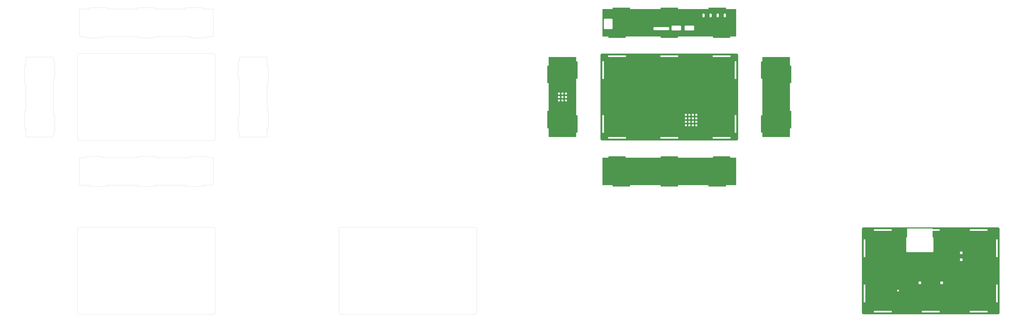
<source format=gbr>
%TF.GenerationSoftware,KiCad,Pcbnew,9.0.6-9.0.6~ubuntu24.04.1*%
%TF.CreationDate,2025-11-16T17:23:56+08:00*%
%TF.ProjectId,ksoloti_gills_panel,6b736f6c-6f74-4695-9f67-696c6c735f70,v0.6*%
%TF.SameCoordinates,Original*%
%TF.FileFunction,Copper,L2,Bot*%
%TF.FilePolarity,Positive*%
%FSLAX46Y46*%
G04 Gerber Fmt 4.6, Leading zero omitted, Abs format (unit mm)*
G04 Created by KiCad (PCBNEW 9.0.6-9.0.6~ubuntu24.04.1) date 2025-11-16 17:23:56*
%MOMM*%
%LPD*%
G01*
G04 APERTURE LIST*
%TA.AperFunction,ComponentPad*%
%ADD10C,5.000000*%
%TD*%
%TA.AperFunction,ComponentPad*%
%ADD11C,13.000000*%
%TD*%
%TA.AperFunction,ComponentPad*%
%ADD12C,7.200000*%
%TD*%
%TA.AperFunction,ComponentPad*%
%ADD13C,18.000000*%
%TD*%
%TA.AperFunction,ComponentPad*%
%ADD14C,7.500000*%
%TD*%
%TA.AperFunction,ComponentPad*%
%ADD15C,8.000000*%
%TD*%
%TA.AperFunction,Conductor*%
%ADD16C,0.050000*%
%TD*%
%TA.AperFunction,Conductor*%
%ADD17C,0.100000*%
%TD*%
G04 APERTURE END LIST*
D10*
%TO.P,,1,1*%
%TO.N,g*%
X-21002200Y202742000D03*
%TD*%
%TO.P,,1,1*%
%TO.N,g*%
X120997800Y202742000D03*
%TD*%
%TO.P,,1,1*%
%TO.N,g*%
X-21002200Y140742000D03*
%TD*%
%TO.P,,1,1*%
%TO.N,g*%
X120997800Y140742000D03*
%TD*%
D11*
%TO.P,REF\u002A\u002A,*%
%TO.N,g*%
X-3088011Y266342000D03*
%TD*%
%TO.P,REF\u002A\u002A,*%
%TO.N,g*%
X112911989Y266342000D03*
%TD*%
%TO.P,REF\u002A\u002A,*%
%TO.N,g*%
X-10002200Y99942000D03*
%TD*%
D12*
%TO.P,REF\u002A\u002A,*%
%TO.N,g*%
X53911989Y276992000D03*
%TD*%
D13*
%TO.P,REF\u002A\u002A,*%
%TO.N,g*%
X166697800Y185042000D03*
%TD*%
D12*
%TO.P,REF\u002A\u002A,*%
%TO.N,g*%
X73911989Y276992000D03*
%TD*%
D13*
%TO.P,REF\u002A\u002A,*%
%TO.N,g*%
X166697800Y165042000D03*
%TD*%
D11*
%TO.P,REF\u002A\u002A,*%
%TO.N,g*%
X94911989Y266342000D03*
%TD*%
D12*
%TO.P,REF\u002A\u002A,*%
%TO.N,g*%
X63911989Y276992000D03*
%TD*%
D11*
%TO.P,REF\u002A\u002A,*%
%TO.N,g*%
X14911989Y266342000D03*
%TD*%
D14*
%TO.P,REF\u002A\u002A,*%
%TO.N,g*%
X362500000Y-37500000D03*
%TD*%
D15*
%TO.P,REF\u002A\u002A,*%
%TO.N,g*%
X300000000Y0D03*
%TD*%
%TO.P,REF\u002A\u002A,*%
%TO.N,g*%
X325000000Y-50000000D03*
%TD*%
D10*
%TO.P,MH8,1,1*%
%TO.N,g*%
X380997800Y25742000D03*
%TD*%
D15*
%TO.P,REF\u002A\u002A,*%
%TO.N,g*%
X365000000Y-900000D03*
%TD*%
%TO.P,REF\u002A\u002A,*%
%TO.N,g*%
X400000000Y-50000000D03*
%TD*%
%TO.P,REF\u002A\u002A,*%
%TO.N,g*%
X375000000Y-25000000D03*
%TD*%
%TO.P,REF\u002A\u002A,*%
%TO.N,g*%
X350000000Y-25000000D03*
%TD*%
%TO.P,REF\u002A\u002A,*%
%TO.N,g*%
X300000000Y-50000000D03*
%TD*%
%TO.P,REF\u002A\u002A,*%
%TO.N,g*%
X325000000Y-25000000D03*
%TD*%
D14*
%TO.P,REF\u002A\u002A,*%
%TO.N,g*%
X350000000Y-9000000D03*
%TD*%
D15*
%TO.P,REF\u002A\u002A,*%
%TO.N,g*%
X400000000Y-25000000D03*
%TD*%
D10*
%TO.P,MH6,1,1*%
%TO.N,g*%
X278997800Y-59258000D03*
%TD*%
D14*
%TO.P,REF\u002A\u002A,*%
%TO.N,g*%
X325000000Y-9000000D03*
%TD*%
D15*
%TO.P,REF\u002A\u002A,*%
%TO.N,g*%
X350000000Y-50000000D03*
%TD*%
D10*
%TO.P,MH7,1,1*%
%TO.N,g*%
X420997800Y-59258000D03*
%TD*%
%TO.P,MH8,1,1*%
%TO.N,g*%
X420997800Y2742000D03*
%TD*%
D15*
%TO.P,REF\u002A\u002A,*%
%TO.N,g*%
X375000000Y-50000000D03*
%TD*%
D14*
%TO.P,REF\u002A\u002A,*%
%TO.N,g*%
X337500000Y-37500000D03*
%TD*%
D15*
%TO.P,REF\u002A\u002A,*%
%TO.N,g*%
X400000000Y0D03*
%TD*%
%TO.P,REF\u002A\u002A,*%
%TO.N,g*%
X300000000Y-25000000D03*
%TD*%
D10*
%TO.P,MH5,1,1*%
%TO.N,g*%
X278997800Y2742000D03*
%TD*%
D16*
%TO.N,*%
X-595002200Y81842000D02*
X-595002200Y80242000D01*
X-688402200Y167242000D02*
X-688402200Y199242000D01*
D17*
X-173000000Y-66758000D02*
X-327000000Y-66758000D01*
D16*
X-615002200Y80242000D02*
X-615002200Y81842000D01*
D17*
X-171000000Y-64758000D02*
X-171000000Y31242000D01*
D16*
X-540002200Y80242000D02*
X-560002200Y80242000D01*
X-600002200Y252842000D02*
X-600002200Y252242000D01*
X-499002200Y115042000D02*
X-481002200Y115042000D01*
X-540002200Y81842000D02*
X-540002200Y80242000D01*
X-473302200Y113442000D02*
X-473302200Y81842000D01*
X-560002200Y80242000D02*
X-560002200Y81842000D01*
X-480002200Y252842000D02*
X-473302200Y252842000D01*
X-443802200Y224242000D02*
X-443202200Y224242000D01*
D17*
X-627000000Y33242000D02*
X-473000000Y33242000D01*
D16*
X-540002200Y252842000D02*
X-500002200Y252842000D01*
X-656802200Y229242000D02*
X-688402200Y229242000D01*
X-688402200Y199242000D02*
X-690002200Y199242000D01*
X-655200000Y161242000D02*
X-655200000Y143242000D01*
X-411602200Y199242000D02*
X-411602200Y167242000D01*
X-688402200Y219242000D02*
X-688402200Y229242000D01*
X-505002200Y286042000D02*
X-485002200Y286042000D01*
X-443202200Y142242000D02*
X-443802200Y142242000D01*
D17*
X-629000000Y135242000D02*
X-629000000Y231242000D01*
D16*
X-444802200Y205242000D02*
X-444802200Y223242000D01*
X-620002200Y113442000D02*
X-620002200Y114042000D01*
D17*
X-327000000Y33242000D02*
X-173000000Y33242000D01*
D16*
X-505002200Y80242000D02*
X-505002200Y81842000D01*
X-480002200Y252842000D02*
X-480002200Y252242000D01*
X-620002200Y113442000D02*
X-626702200Y113442000D01*
X-410002200Y219242000D02*
X-410002200Y199242000D01*
X-626702200Y252842000D02*
X-626702200Y284442000D01*
X-443202200Y204242000D02*
X-443802200Y204242000D01*
X-541002200Y251242000D02*
X-559002200Y251242000D01*
X-656802200Y224242000D02*
X-656202200Y224242000D01*
X-500002200Y113442000D02*
X-540002200Y113442000D01*
X-410002200Y199242000D02*
X-411602200Y199242000D01*
X-500002200Y113442000D02*
X-500002200Y114042000D01*
X-690002200Y167242000D02*
X-688402200Y167242000D01*
X-485002200Y80242000D02*
X-505002200Y80242000D01*
X-443202200Y142242000D02*
X-443202200Y137242000D01*
X-626702200Y284442000D02*
X-615002200Y284442000D01*
X-560002200Y113442000D02*
X-560002200Y114042000D01*
X-690002200Y147242000D02*
X-690002200Y167242000D01*
X-656200000Y142242000D02*
X-656800000Y142242000D01*
X-615002200Y286042000D02*
X-595002200Y286042000D01*
X-411602200Y229242000D02*
X-411602200Y219242000D01*
X-411602200Y219242000D02*
X-410002200Y219242000D01*
X-444802200Y143242000D02*
X-444802200Y161242000D01*
D17*
X-473000000Y133242000D02*
X-627000000Y133242000D01*
D16*
X-443202200Y137242000D02*
X-411602200Y137242000D01*
X-505002200Y81842000D02*
X-540002200Y81842000D01*
X-473302200Y284442000D02*
X-473302200Y252842000D01*
X-485002200Y284442000D02*
X-473302200Y284442000D01*
X-656802200Y137242000D02*
X-688402200Y137242000D01*
X-595002200Y284442000D02*
X-560002200Y284442000D01*
X-560002200Y81842000D02*
X-595002200Y81842000D01*
X-595002200Y80242000D02*
X-615002200Y80242000D01*
D17*
X-471000000Y135242000D02*
X-471000000Y231242000D01*
X-627000000Y233242000D02*
X-473000000Y233242000D01*
D16*
X-690002200Y219242000D02*
X-688402200Y219242000D01*
X-600002200Y114042000D02*
X-600002200Y113442000D01*
X-626702200Y81842000D02*
X-626702200Y113442000D01*
X-688402200Y147242000D02*
X-690002200Y147242000D01*
X-411602200Y167242000D02*
X-410002200Y167242000D01*
X-540002200Y286042000D02*
X-540002200Y284442000D01*
X-619002200Y115042000D02*
X-601002200Y115042000D01*
X-656202200Y204242000D02*
X-656802200Y204242000D01*
D17*
X-629000000Y-64758000D02*
X-629000000Y31242000D01*
D16*
X-443202200Y224242000D02*
X-443202200Y229242000D01*
X-480002200Y113442000D02*
X-473302200Y113442000D01*
D17*
X-473000000Y-66758000D02*
X-627000000Y-66758000D01*
D16*
X-443202200Y162242000D02*
X-443202200Y204242000D01*
X-410002200Y147242000D02*
X-411602200Y147242000D01*
X-620002200Y252842000D02*
X-626702200Y252842000D01*
X-540002200Y284442000D02*
X-505002200Y284442000D01*
X-410002200Y167242000D02*
X-410002200Y147242000D01*
X-615002200Y81842000D02*
X-626702200Y81842000D01*
X-655202200Y223242000D02*
X-655202200Y205242000D01*
X-559002200Y115042000D02*
X-541002200Y115042000D01*
X-480002200Y114042000D02*
X-480002200Y113442000D01*
X-500002200Y252242000D02*
X-500002200Y252842000D01*
X-560002200Y286042000D02*
X-540002200Y286042000D01*
X-688402200Y137242000D02*
X-688402200Y147242000D01*
X-595002200Y286042000D02*
X-595002200Y284442000D01*
D17*
X-329000000Y-64758000D02*
X-329000000Y31242000D01*
D16*
X-656802200Y224242000D02*
X-656802200Y229242000D01*
X-443802200Y162242000D02*
X-443202200Y162242000D01*
X-473302200Y81842000D02*
X-485002200Y81842000D01*
X-560002200Y284442000D02*
X-560002200Y286042000D01*
X-540002200Y252842000D02*
X-540002200Y252242000D01*
X-560002200Y113442000D02*
X-600002200Y113442000D01*
X-505002200Y284442000D02*
X-505002200Y286042000D01*
X-690002200Y199242000D02*
X-690002200Y219242000D01*
X-615002200Y284442000D02*
X-615002200Y286042000D01*
X-540002200Y114042000D02*
X-540002200Y113442000D01*
D17*
X-471000000Y-64758000D02*
X-471000000Y31242000D01*
D16*
X-601002200Y251242000D02*
X-619002200Y251242000D01*
X-481002200Y251242000D02*
X-499002200Y251242000D01*
X-485002200Y81842000D02*
X-485002200Y80242000D01*
X-560002200Y252242000D02*
X-560002200Y252842000D01*
X-656802200Y142242000D02*
X-656802200Y137242000D01*
X-485002200Y286042000D02*
X-485002200Y284442000D01*
X-620002200Y252242000D02*
X-620002200Y252842000D01*
X-600002200Y252842000D02*
X-560002200Y252842000D01*
X-411602200Y147242000D02*
X-411602200Y137242000D01*
X-656802200Y162242000D02*
X-656202200Y162242000D01*
X-443202200Y229242000D02*
X-411602200Y229242000D01*
X-656802200Y204242000D02*
X-656802200Y162242000D01*
X-600002200Y252242000D02*
G75*
G02*
X-601002200Y251242000I-999979J-21D01*
G01*
D17*
X-473000000Y133242000D02*
G75*
G03*
X-471000000Y135242000I-55J2000055D01*
G01*
X-171000000Y31242000D02*
G75*
G03*
X-173000000Y33242000I-2000019J-19D01*
G01*
D16*
X-480002200Y252242000D02*
G75*
G02*
X-481002200Y251242000I-999979J-21D01*
G01*
X-619002200Y251242000D02*
G75*
G02*
X-620002200Y252242000I56J1000056D01*
G01*
D17*
X-471000000Y31242000D02*
G75*
G03*
X-473000000Y33242000I-2000019J-19D01*
G01*
D16*
X-500002200Y114042000D02*
G75*
G02*
X-499002200Y115042000I999950J50D01*
G01*
X-559002200Y251242000D02*
G75*
G02*
X-560002200Y252242000I56J1000056D01*
G01*
D17*
X-473000000Y-66758000D02*
G75*
G03*
X-471000000Y-64758000I-55J2000055D01*
G01*
D16*
X-655202200Y205242000D02*
G75*
G02*
X-656202200Y204242000I-999979J-21D01*
G01*
X-656202200Y224242000D02*
G75*
G02*
X-655202200Y223242000I54J-999946D01*
G01*
X-541002200Y115042000D02*
G75*
G02*
X-540002200Y114042000I54J-999946D01*
G01*
X-560002200Y114042000D02*
G75*
G02*
X-559002200Y115042000I999950J50D01*
G01*
X-443802200Y204242000D02*
G75*
G02*
X-444802200Y205242000I56J1000056D01*
G01*
X-601002200Y115042000D02*
G75*
G02*
X-600002200Y114042000I54J-999946D01*
G01*
X-499002200Y251242000D02*
G75*
G02*
X-500002200Y252242000I56J1000056D01*
G01*
X-444802200Y223242000D02*
G75*
G02*
X-443802200Y224242000I1000020J-20D01*
G01*
D17*
X-329000000Y-64758000D02*
G75*
G03*
X-327000000Y-66758000I2000051J51D01*
G01*
D16*
X-655200000Y143242000D02*
G75*
G02*
X-656200000Y142242000I-999979J-21D01*
G01*
X-620002200Y114042000D02*
G75*
G02*
X-619002200Y115042000I999950J50D01*
G01*
X-444802200Y161242000D02*
G75*
G02*
X-443802200Y162242000I1000020J-20D01*
G01*
D17*
X-627000000Y33242000D02*
G75*
G03*
X-629000000Y31242000I-61J-1999939D01*
G01*
X-173000000Y-66758000D02*
G75*
G03*
X-171000000Y-64758000I-55J2000055D01*
G01*
X-471000000Y231242000D02*
G75*
G03*
X-473000000Y233242000I-2000019J-19D01*
G01*
X-629000000Y-64758000D02*
G75*
G03*
X-627000000Y-66758000I2000051J51D01*
G01*
X-629000000Y135242000D02*
G75*
G03*
X-627000000Y133242000I2000051J51D01*
G01*
D16*
X-656200000Y162242000D02*
G75*
G02*
X-655200000Y161242000I54J-999946D01*
G01*
X-540002200Y252242000D02*
G75*
G02*
X-541002200Y251242000I-999979J-21D01*
G01*
X-481002200Y115042000D02*
G75*
G02*
X-480002200Y114042000I54J-999946D01*
G01*
D17*
X-627000000Y233242000D02*
G75*
G03*
X-629000000Y231242000I-61J-1999939D01*
G01*
D16*
X-443802200Y142242000D02*
G75*
G02*
X-444802200Y143242000I56J1000056D01*
G01*
D17*
X-327000000Y33242000D02*
G75*
G03*
X-329000000Y31242000I-61J-1999939D01*
G01*
%TD*%
%TA.AperFunction,Conductor*%
%TO.N,g*%
G36*
X126998258Y233241470D02*
G01*
X127234862Y233225976D01*
X127235938Y233225864D01*
X127291613Y233217863D01*
X127292353Y233217736D01*
X127499458Y233176551D01*
X127500671Y233176253D01*
X127546565Y233162779D01*
X127547121Y233162603D01*
X127755970Y233091719D01*
X127757285Y233091197D01*
X127783259Y233079336D01*
X127783636Y233079157D01*
X127996757Y232974067D01*
X127998343Y232973152D01*
X128214298Y232828863D01*
X128215751Y232827748D01*
X128411019Y232656507D01*
X128412314Y232655212D01*
X128583557Y232459946D01*
X128584672Y232458493D01*
X128728964Y232242540D01*
X128729879Y232240954D01*
X128834968Y232027843D01*
X128835147Y232027467D01*
X128847013Y232001483D01*
X128847535Y232000167D01*
X128918421Y231791322D01*
X128918597Y231790766D01*
X128932072Y231744870D01*
X128932370Y231743657D01*
X128973557Y231536548D01*
X128973684Y231535809D01*
X128981685Y231480144D01*
X128981797Y231479067D01*
X128997270Y231242811D01*
X128997300Y231241896D01*
X128997300Y135242458D01*
X128997270Y135241542D01*
X128981880Y135006787D01*
X128981768Y135005711D01*
X128973122Y134945572D01*
X128972995Y134944833D01*
X128932634Y134741926D01*
X128932336Y134740713D01*
X128917442Y134689990D01*
X128917266Y134689434D01*
X128847937Y134485196D01*
X128847415Y134483880D01*
X128832958Y134452224D01*
X128832779Y134451848D01*
X128729822Y134243069D01*
X128728907Y134241483D01*
X128584617Y134025534D01*
X128583502Y134024081D01*
X128412263Y133828816D01*
X128410968Y133827521D01*
X128215703Y133656274D01*
X128214250Y133655160D01*
X127998309Y133510867D01*
X127996736Y133509959D01*
X127815071Y133420367D01*
X127787956Y133406995D01*
X127787580Y133406816D01*
X127755910Y133392352D01*
X127754596Y133391830D01*
X127550349Y133322493D01*
X127549842Y133322332D01*
X127499059Y133307419D01*
X127497892Y133307132D01*
X127294927Y133266755D01*
X127294221Y133266635D01*
X127234066Y133257984D01*
X127233056Y133257878D01*
X126999000Y133242530D01*
X126998084Y133242500D01*
X-27001742Y133242500D01*
X-27002658Y133242530D01*
X-27238376Y133257984D01*
X-27239405Y133258092D01*
X-27297331Y133266422D01*
X-27297987Y133266534D01*
X-27503069Y133307329D01*
X-27504227Y133307614D01*
X-27552641Y133321830D01*
X-27553096Y133321974D01*
X-27759682Y133392105D01*
X-27760962Y133392613D01*
X-27789839Y133405801D01*
X-27790110Y133405930D01*
X-28001130Y133509995D01*
X-28002690Y133510896D01*
X-28218641Y133655193D01*
X-28220083Y133656299D01*
X-28415366Y133827561D01*
X-28416632Y133828827D01*
X-28587890Y134024111D01*
X-28588992Y134025546D01*
X-28733293Y134241508D01*
X-28734198Y134243078D01*
X-28838275Y134454125D01*
X-28838364Y134454313D01*
X-28851579Y134483249D01*
X-28852079Y134484510D01*
X-28922213Y134691119D01*
X-28922364Y134691594D01*
X-28936565Y134739959D01*
X-28936850Y134741119D01*
X-28977646Y134946207D01*
X-28977752Y134946825D01*
X-28986090Y135004815D01*
X-28986197Y135005851D01*
X-29001671Y135241911D01*
X-29001700Y135242821D01*
X-29001700Y137242208D01*
X-20202700Y137242208D01*
X-20202700Y135341792D01*
X-20202408Y135341500D01*
X-20202407Y135341500D01*
X198008Y135341500D01*
X198300Y135341792D01*
X198300Y137242208D01*
X39797300Y137242208D01*
X39797300Y135341792D01*
X39797592Y135341500D01*
X39797593Y135341500D01*
X60198008Y135341500D01*
X60198300Y135341792D01*
X60198300Y137242208D01*
X99797300Y137242208D01*
X99797300Y135341792D01*
X99797592Y135341500D01*
X99797593Y135341500D01*
X120198008Y135341500D01*
X120198300Y135341792D01*
X120198300Y137242208D01*
X120198008Y137242500D01*
X120198007Y137242500D01*
X99798007Y137242500D01*
X99797593Y137242500D01*
X99797592Y137242500D01*
X99797300Y137242208D01*
X60198300Y137242208D01*
X60198008Y137242500D01*
X60198007Y137242500D01*
X39798007Y137242500D01*
X39797593Y137242500D01*
X39797592Y137242500D01*
X39797300Y137242208D01*
X198300Y137242208D01*
X198008Y137242500D01*
X198007Y137242500D01*
X-20201993Y137242500D01*
X-20202407Y137242500D01*
X-20202408Y137242500D01*
X-20202700Y137242208D01*
X-29001700Y137242208D01*
X-29001700Y162442208D01*
X-26902700Y162442208D01*
X-26902700Y142041792D01*
X-26902408Y142041500D01*
X-26902407Y142041500D01*
X-25001992Y142041500D01*
X-25001700Y142041792D01*
X-25001700Y150840416D01*
X67747300Y150840416D01*
X67747300Y150643583D01*
X67778091Y150449173D01*
X67838916Y150261972D01*
X67928274Y150086598D01*
X67928284Y150086582D01*
X68043970Y149927355D01*
X68043977Y149927347D01*
X68183147Y149788177D01*
X68183155Y149788170D01*
X68342382Y149672484D01*
X68342398Y149672474D01*
X68517772Y149583116D01*
X68704973Y149522291D01*
X68899383Y149491500D01*
X69096217Y149491500D01*
X69290626Y149522291D01*
X69477827Y149583116D01*
X69653201Y149672474D01*
X69653205Y149672476D01*
X69653209Y149672479D01*
X69653217Y149672484D01*
X69812444Y149788170D01*
X69812452Y149788177D01*
X69951622Y149927347D01*
X69951629Y149927355D01*
X70067315Y150086582D01*
X70067317Y150086586D01*
X70067324Y150086595D01*
X70112004Y150174285D01*
X70156683Y150261972D01*
X70156684Y150261975D01*
X70217509Y150449174D01*
X70248300Y150643583D01*
X70248300Y150840416D01*
X71747300Y150840416D01*
X71747300Y150643583D01*
X71778091Y150449173D01*
X71838916Y150261972D01*
X71928274Y150086598D01*
X71928284Y150086582D01*
X72043970Y149927355D01*
X72043977Y149927347D01*
X72183147Y149788177D01*
X72183155Y149788170D01*
X72342382Y149672484D01*
X72342398Y149672474D01*
X72517772Y149583116D01*
X72704973Y149522291D01*
X72899383Y149491500D01*
X73096217Y149491500D01*
X73290626Y149522291D01*
X73477827Y149583116D01*
X73653201Y149672474D01*
X73653205Y149672476D01*
X73653209Y149672479D01*
X73653217Y149672484D01*
X73812444Y149788170D01*
X73812452Y149788177D01*
X73951622Y149927347D01*
X73951629Y149927355D01*
X74067315Y150086582D01*
X74067317Y150086586D01*
X74067324Y150086595D01*
X74112004Y150174285D01*
X74156683Y150261972D01*
X74156684Y150261975D01*
X74217509Y150449174D01*
X74248300Y150643583D01*
X74248300Y150840416D01*
X75747300Y150840416D01*
X75747300Y150643583D01*
X75778091Y150449173D01*
X75838916Y150261972D01*
X75928274Y150086598D01*
X75928284Y150086582D01*
X76043970Y149927355D01*
X76043977Y149927347D01*
X76183147Y149788177D01*
X76183155Y149788170D01*
X76342382Y149672484D01*
X76342398Y149672474D01*
X76517772Y149583116D01*
X76704973Y149522291D01*
X76899383Y149491500D01*
X77096217Y149491500D01*
X77290626Y149522291D01*
X77477827Y149583116D01*
X77653201Y149672474D01*
X77653205Y149672476D01*
X77653209Y149672479D01*
X77653217Y149672484D01*
X77812444Y149788170D01*
X77812452Y149788177D01*
X77951622Y149927347D01*
X77951629Y149927355D01*
X78067315Y150086582D01*
X78067317Y150086586D01*
X78067324Y150086595D01*
X78112004Y150174285D01*
X78156683Y150261972D01*
X78156684Y150261975D01*
X78217509Y150449174D01*
X78248300Y150643583D01*
X78248300Y150840416D01*
X79747300Y150840416D01*
X79747300Y150643583D01*
X79778091Y150449173D01*
X79838916Y150261972D01*
X79928274Y150086598D01*
X79928284Y150086582D01*
X80043970Y149927355D01*
X80043977Y149927347D01*
X80183147Y149788177D01*
X80183155Y149788170D01*
X80342382Y149672484D01*
X80342398Y149672474D01*
X80517772Y149583116D01*
X80704973Y149522291D01*
X80899383Y149491500D01*
X81096217Y149491500D01*
X81290626Y149522291D01*
X81477827Y149583116D01*
X81653201Y149672474D01*
X81653205Y149672476D01*
X81653209Y149672479D01*
X81653217Y149672484D01*
X81812444Y149788170D01*
X81812452Y149788177D01*
X81951622Y149927347D01*
X81951629Y149927355D01*
X82067315Y150086582D01*
X82067317Y150086586D01*
X82067324Y150086595D01*
X82112004Y150174285D01*
X82156683Y150261972D01*
X82156684Y150261975D01*
X82217509Y150449174D01*
X82248300Y150643583D01*
X82248300Y150840417D01*
X82217509Y151034826D01*
X82156684Y151222025D01*
X82067324Y151397405D01*
X81951628Y151556646D01*
X81812446Y151695828D01*
X81653205Y151811524D01*
X81477825Y151900884D01*
X81290626Y151961709D01*
X81096217Y151992500D01*
X80899383Y151992500D01*
X80704974Y151961709D01*
X80517775Y151900884D01*
X80517772Y151900883D01*
X80430085Y151856204D01*
X80342395Y151811524D01*
X80342386Y151811517D01*
X80342382Y151811515D01*
X80183155Y151695829D01*
X80183147Y151695822D01*
X80043977Y151556652D01*
X80043970Y151556644D01*
X79928284Y151397417D01*
X79928274Y151397401D01*
X79838916Y151222027D01*
X79778091Y151034826D01*
X79747300Y150840416D01*
X78248300Y150840416D01*
X78248300Y150840417D01*
X78217509Y151034826D01*
X78156684Y151222025D01*
X78067324Y151397405D01*
X77951628Y151556646D01*
X77812446Y151695828D01*
X77653205Y151811524D01*
X77477825Y151900884D01*
X77290626Y151961709D01*
X77096217Y151992500D01*
X76899383Y151992500D01*
X76704974Y151961709D01*
X76517775Y151900884D01*
X76517772Y151900883D01*
X76430085Y151856204D01*
X76342395Y151811524D01*
X76342386Y151811517D01*
X76342382Y151811515D01*
X76183155Y151695829D01*
X76183147Y151695822D01*
X76043977Y151556652D01*
X76043970Y151556644D01*
X75928284Y151397417D01*
X75928274Y151397401D01*
X75838916Y151222027D01*
X75778091Y151034826D01*
X75747300Y150840416D01*
X74248300Y150840416D01*
X74248300Y150840417D01*
X74217509Y151034826D01*
X74156684Y151222025D01*
X74067324Y151397405D01*
X73951628Y151556646D01*
X73812446Y151695828D01*
X73653205Y151811524D01*
X73477825Y151900884D01*
X73290626Y151961709D01*
X73096217Y151992500D01*
X72899383Y151992500D01*
X72704974Y151961709D01*
X72517775Y151900884D01*
X72517772Y151900883D01*
X72430085Y151856204D01*
X72342395Y151811524D01*
X72342386Y151811517D01*
X72342382Y151811515D01*
X72183155Y151695829D01*
X72183147Y151695822D01*
X72043977Y151556652D01*
X72043970Y151556644D01*
X71928284Y151397417D01*
X71928274Y151397401D01*
X71838916Y151222027D01*
X71778091Y151034826D01*
X71747300Y150840416D01*
X70248300Y150840416D01*
X70248300Y150840417D01*
X70217509Y151034826D01*
X70156684Y151222025D01*
X70067324Y151397405D01*
X69951628Y151556646D01*
X69812446Y151695828D01*
X69653205Y151811524D01*
X69477825Y151900884D01*
X69290626Y151961709D01*
X69096217Y151992500D01*
X68899383Y151992500D01*
X68704974Y151961709D01*
X68517775Y151900884D01*
X68517772Y151900883D01*
X68430085Y151856204D01*
X68342395Y151811524D01*
X68342386Y151811517D01*
X68342382Y151811515D01*
X68183155Y151695829D01*
X68183147Y151695822D01*
X68043977Y151556652D01*
X68043970Y151556644D01*
X67928284Y151397417D01*
X67928274Y151397401D01*
X67838916Y151222027D01*
X67778091Y151034826D01*
X67747300Y150840416D01*
X-25001700Y150840416D01*
X-25001700Y154840416D01*
X67747300Y154840416D01*
X67747300Y154643583D01*
X67778091Y154449173D01*
X67838916Y154261972D01*
X67928274Y154086598D01*
X67928284Y154086582D01*
X68043970Y153927355D01*
X68043977Y153927347D01*
X68183147Y153788177D01*
X68183155Y153788170D01*
X68342382Y153672484D01*
X68342398Y153672474D01*
X68517772Y153583116D01*
X68704973Y153522291D01*
X68899383Y153491500D01*
X69096217Y153491500D01*
X69290626Y153522291D01*
X69477827Y153583116D01*
X69653201Y153672474D01*
X69653205Y153672476D01*
X69653209Y153672479D01*
X69653217Y153672484D01*
X69812444Y153788170D01*
X69812452Y153788177D01*
X69951622Y153927347D01*
X69951629Y153927355D01*
X70067315Y154086582D01*
X70067317Y154086586D01*
X70067324Y154086595D01*
X70112004Y154174285D01*
X70156683Y154261972D01*
X70156684Y154261975D01*
X70217509Y154449174D01*
X70248300Y154643583D01*
X70248300Y154840416D01*
X71747300Y154840416D01*
X71747300Y154643583D01*
X71778091Y154449173D01*
X71838916Y154261972D01*
X71928274Y154086598D01*
X71928284Y154086582D01*
X72043970Y153927355D01*
X72043977Y153927347D01*
X72183147Y153788177D01*
X72183155Y153788170D01*
X72342382Y153672484D01*
X72342398Y153672474D01*
X72517772Y153583116D01*
X72704973Y153522291D01*
X72899383Y153491500D01*
X73096217Y153491500D01*
X73290626Y153522291D01*
X73477827Y153583116D01*
X73653201Y153672474D01*
X73653205Y153672476D01*
X73653209Y153672479D01*
X73653217Y153672484D01*
X73812444Y153788170D01*
X73812452Y153788177D01*
X73951622Y153927347D01*
X73951629Y153927355D01*
X74067315Y154086582D01*
X74067317Y154086586D01*
X74067324Y154086595D01*
X74112004Y154174285D01*
X74156683Y154261972D01*
X74156684Y154261975D01*
X74217509Y154449174D01*
X74248300Y154643583D01*
X74248300Y154840416D01*
X75747300Y154840416D01*
X75747300Y154643583D01*
X75778091Y154449173D01*
X75838916Y154261972D01*
X75928274Y154086598D01*
X75928284Y154086582D01*
X76043970Y153927355D01*
X76043977Y153927347D01*
X76183147Y153788177D01*
X76183155Y153788170D01*
X76342382Y153672484D01*
X76342398Y153672474D01*
X76517772Y153583116D01*
X76704973Y153522291D01*
X76899383Y153491500D01*
X77096217Y153491500D01*
X77290626Y153522291D01*
X77477827Y153583116D01*
X77653201Y153672474D01*
X77653205Y153672476D01*
X77653209Y153672479D01*
X77653217Y153672484D01*
X77812444Y153788170D01*
X77812452Y153788177D01*
X77951622Y153927347D01*
X77951629Y153927355D01*
X78067315Y154086582D01*
X78067317Y154086586D01*
X78067324Y154086595D01*
X78112004Y154174285D01*
X78156683Y154261972D01*
X78156684Y154261975D01*
X78217509Y154449174D01*
X78248300Y154643583D01*
X78248300Y154840416D01*
X79747300Y154840416D01*
X79747300Y154643583D01*
X79778091Y154449173D01*
X79838916Y154261972D01*
X79928274Y154086598D01*
X79928284Y154086582D01*
X80043970Y153927355D01*
X80043977Y153927347D01*
X80183147Y153788177D01*
X80183155Y153788170D01*
X80342382Y153672484D01*
X80342398Y153672474D01*
X80517772Y153583116D01*
X80704973Y153522291D01*
X80899383Y153491500D01*
X81096217Y153491500D01*
X81290626Y153522291D01*
X81477827Y153583116D01*
X81653201Y153672474D01*
X81653205Y153672476D01*
X81653209Y153672479D01*
X81653217Y153672484D01*
X81812444Y153788170D01*
X81812452Y153788177D01*
X81951622Y153927347D01*
X81951629Y153927355D01*
X82067315Y154086582D01*
X82067317Y154086586D01*
X82067324Y154086595D01*
X82112004Y154174285D01*
X82156683Y154261972D01*
X82156684Y154261975D01*
X82217509Y154449174D01*
X82248300Y154643583D01*
X82248300Y154840417D01*
X82217509Y155034826D01*
X82156684Y155222025D01*
X82067324Y155397405D01*
X81951628Y155556646D01*
X81812446Y155695828D01*
X81653205Y155811524D01*
X81477825Y155900884D01*
X81290626Y155961709D01*
X81096217Y155992500D01*
X80899383Y155992500D01*
X80704974Y155961709D01*
X80517775Y155900884D01*
X80517772Y155900883D01*
X80430085Y155856204D01*
X80342395Y155811524D01*
X80342386Y155811517D01*
X80342382Y155811515D01*
X80183155Y155695829D01*
X80183147Y155695822D01*
X80043977Y155556652D01*
X80043970Y155556644D01*
X79928284Y155397417D01*
X79928274Y155397401D01*
X79838916Y155222027D01*
X79778091Y155034826D01*
X79747300Y154840416D01*
X78248300Y154840416D01*
X78248300Y154840417D01*
X78217509Y155034826D01*
X78156684Y155222025D01*
X78067324Y155397405D01*
X77951628Y155556646D01*
X77812446Y155695828D01*
X77653205Y155811524D01*
X77477825Y155900884D01*
X77290626Y155961709D01*
X77096217Y155992500D01*
X76899383Y155992500D01*
X76704974Y155961709D01*
X76517775Y155900884D01*
X76517772Y155900883D01*
X76430085Y155856204D01*
X76342395Y155811524D01*
X76342386Y155811517D01*
X76342382Y155811515D01*
X76183155Y155695829D01*
X76183147Y155695822D01*
X76043977Y155556652D01*
X76043970Y155556644D01*
X75928284Y155397417D01*
X75928274Y155397401D01*
X75838916Y155222027D01*
X75778091Y155034826D01*
X75747300Y154840416D01*
X74248300Y154840416D01*
X74248300Y154840417D01*
X74217509Y155034826D01*
X74156684Y155222025D01*
X74067324Y155397405D01*
X73951628Y155556646D01*
X73812446Y155695828D01*
X73653205Y155811524D01*
X73477825Y155900884D01*
X73290626Y155961709D01*
X73096217Y155992500D01*
X72899383Y155992500D01*
X72704974Y155961709D01*
X72517775Y155900884D01*
X72517772Y155900883D01*
X72430085Y155856204D01*
X72342395Y155811524D01*
X72342386Y155811517D01*
X72342382Y155811515D01*
X72183155Y155695829D01*
X72183147Y155695822D01*
X72043977Y155556652D01*
X72043970Y155556644D01*
X71928284Y155397417D01*
X71928274Y155397401D01*
X71838916Y155222027D01*
X71778091Y155034826D01*
X71747300Y154840416D01*
X70248300Y154840416D01*
X70248300Y154840417D01*
X70217509Y155034826D01*
X70156684Y155222025D01*
X70067324Y155397405D01*
X69951628Y155556646D01*
X69812446Y155695828D01*
X69653205Y155811524D01*
X69477825Y155900884D01*
X69290626Y155961709D01*
X69096217Y155992500D01*
X68899383Y155992500D01*
X68704974Y155961709D01*
X68517775Y155900884D01*
X68517772Y155900883D01*
X68430085Y155856204D01*
X68342395Y155811524D01*
X68342386Y155811517D01*
X68342382Y155811515D01*
X68183155Y155695829D01*
X68183147Y155695822D01*
X68043977Y155556652D01*
X68043970Y155556644D01*
X67928284Y155397417D01*
X67928274Y155397401D01*
X67838916Y155222027D01*
X67778091Y155034826D01*
X67747300Y154840416D01*
X-25001700Y154840416D01*
X-25001700Y158840416D01*
X67747300Y158840416D01*
X67747300Y158643583D01*
X67778091Y158449173D01*
X67838916Y158261972D01*
X67928274Y158086598D01*
X67928284Y158086582D01*
X68043970Y157927355D01*
X68043977Y157927347D01*
X68183147Y157788177D01*
X68183155Y157788170D01*
X68342382Y157672484D01*
X68342398Y157672474D01*
X68517772Y157583116D01*
X68704973Y157522291D01*
X68899383Y157491500D01*
X69096217Y157491500D01*
X69290626Y157522291D01*
X69477827Y157583116D01*
X69653201Y157672474D01*
X69653205Y157672476D01*
X69653209Y157672479D01*
X69653217Y157672484D01*
X69812444Y157788170D01*
X69812452Y157788177D01*
X69951622Y157927347D01*
X69951629Y157927355D01*
X70067315Y158086582D01*
X70067317Y158086586D01*
X70067324Y158086595D01*
X70112004Y158174285D01*
X70156683Y158261972D01*
X70156684Y158261975D01*
X70217509Y158449174D01*
X70248300Y158643583D01*
X70248300Y158840416D01*
X71747300Y158840416D01*
X71747300Y158643583D01*
X71778091Y158449173D01*
X71838916Y158261972D01*
X71928274Y158086598D01*
X71928284Y158086582D01*
X72043970Y157927355D01*
X72043977Y157927347D01*
X72183147Y157788177D01*
X72183155Y157788170D01*
X72342382Y157672484D01*
X72342398Y157672474D01*
X72517772Y157583116D01*
X72704973Y157522291D01*
X72899383Y157491500D01*
X73096217Y157491500D01*
X73290626Y157522291D01*
X73477827Y157583116D01*
X73653201Y157672474D01*
X73653205Y157672476D01*
X73653209Y157672479D01*
X73653217Y157672484D01*
X73812444Y157788170D01*
X73812452Y157788177D01*
X73951622Y157927347D01*
X73951629Y157927355D01*
X74067315Y158086582D01*
X74067317Y158086586D01*
X74067324Y158086595D01*
X74112004Y158174285D01*
X74156683Y158261972D01*
X74156684Y158261975D01*
X74217509Y158449174D01*
X74248300Y158643583D01*
X74248300Y158840416D01*
X75747300Y158840416D01*
X75747300Y158643583D01*
X75778091Y158449173D01*
X75838916Y158261972D01*
X75928274Y158086598D01*
X75928284Y158086582D01*
X76043970Y157927355D01*
X76043977Y157927347D01*
X76183147Y157788177D01*
X76183155Y157788170D01*
X76342382Y157672484D01*
X76342398Y157672474D01*
X76517772Y157583116D01*
X76704973Y157522291D01*
X76899383Y157491500D01*
X77096217Y157491500D01*
X77290626Y157522291D01*
X77477827Y157583116D01*
X77653201Y157672474D01*
X77653205Y157672476D01*
X77653209Y157672479D01*
X77653217Y157672484D01*
X77812444Y157788170D01*
X77812452Y157788177D01*
X77951622Y157927347D01*
X77951629Y157927355D01*
X78067315Y158086582D01*
X78067317Y158086586D01*
X78067324Y158086595D01*
X78112004Y158174285D01*
X78156683Y158261972D01*
X78156684Y158261975D01*
X78217509Y158449174D01*
X78248300Y158643583D01*
X78248300Y158840416D01*
X79747300Y158840416D01*
X79747300Y158643583D01*
X79778091Y158449173D01*
X79838916Y158261972D01*
X79928274Y158086598D01*
X79928284Y158086582D01*
X80043970Y157927355D01*
X80043977Y157927347D01*
X80183147Y157788177D01*
X80183155Y157788170D01*
X80342382Y157672484D01*
X80342398Y157672474D01*
X80517772Y157583116D01*
X80704973Y157522291D01*
X80899383Y157491500D01*
X81096217Y157491500D01*
X81290626Y157522291D01*
X81477827Y157583116D01*
X81653201Y157672474D01*
X81653205Y157672476D01*
X81653209Y157672479D01*
X81653217Y157672484D01*
X81812444Y157788170D01*
X81812452Y157788177D01*
X81951622Y157927347D01*
X81951629Y157927355D01*
X82067315Y158086582D01*
X82067317Y158086586D01*
X82067324Y158086595D01*
X82112004Y158174285D01*
X82156683Y158261972D01*
X82156684Y158261975D01*
X82217509Y158449174D01*
X82248300Y158643583D01*
X82248300Y158840417D01*
X82217509Y159034826D01*
X82156684Y159222025D01*
X82067324Y159397405D01*
X81951628Y159556646D01*
X81812446Y159695828D01*
X81653205Y159811524D01*
X81477825Y159900884D01*
X81290626Y159961709D01*
X81096217Y159992500D01*
X80899383Y159992500D01*
X80704974Y159961709D01*
X80517775Y159900884D01*
X80517772Y159900883D01*
X80430085Y159856204D01*
X80342395Y159811524D01*
X80342386Y159811517D01*
X80342382Y159811515D01*
X80183155Y159695829D01*
X80183147Y159695822D01*
X80043977Y159556652D01*
X80043970Y159556644D01*
X79928284Y159397417D01*
X79928274Y159397401D01*
X79838916Y159222027D01*
X79778091Y159034826D01*
X79747300Y158840416D01*
X78248300Y158840416D01*
X78248300Y158840417D01*
X78217509Y159034826D01*
X78156684Y159222025D01*
X78067324Y159397405D01*
X77951628Y159556646D01*
X77812446Y159695828D01*
X77653205Y159811524D01*
X77477825Y159900884D01*
X77290626Y159961709D01*
X77096217Y159992500D01*
X76899383Y159992500D01*
X76704974Y159961709D01*
X76517775Y159900884D01*
X76517772Y159900883D01*
X76430085Y159856204D01*
X76342395Y159811524D01*
X76342386Y159811517D01*
X76342382Y159811515D01*
X76183155Y159695829D01*
X76183147Y159695822D01*
X76043977Y159556652D01*
X76043970Y159556644D01*
X75928284Y159397417D01*
X75928274Y159397401D01*
X75838916Y159222027D01*
X75778091Y159034826D01*
X75747300Y158840416D01*
X74248300Y158840416D01*
X74248300Y158840417D01*
X74217509Y159034826D01*
X74156684Y159222025D01*
X74067324Y159397405D01*
X73951628Y159556646D01*
X73812446Y159695828D01*
X73653205Y159811524D01*
X73477825Y159900884D01*
X73290626Y159961709D01*
X73096217Y159992500D01*
X72899383Y159992500D01*
X72704974Y159961709D01*
X72517775Y159900884D01*
X72517772Y159900883D01*
X72430085Y159856204D01*
X72342395Y159811524D01*
X72342386Y159811517D01*
X72342382Y159811515D01*
X72183155Y159695829D01*
X72183147Y159695822D01*
X72043977Y159556652D01*
X72043970Y159556644D01*
X71928284Y159397417D01*
X71928274Y159397401D01*
X71838916Y159222027D01*
X71778091Y159034826D01*
X71747300Y158840416D01*
X70248300Y158840416D01*
X70248300Y158840417D01*
X70217509Y159034826D01*
X70156684Y159222025D01*
X70067324Y159397405D01*
X69951628Y159556646D01*
X69812446Y159695828D01*
X69653205Y159811524D01*
X69477825Y159900884D01*
X69290626Y159961709D01*
X69096217Y159992500D01*
X68899383Y159992500D01*
X68704974Y159961709D01*
X68517775Y159900884D01*
X68517772Y159900883D01*
X68430085Y159856204D01*
X68342395Y159811524D01*
X68342386Y159811517D01*
X68342382Y159811515D01*
X68183155Y159695829D01*
X68183147Y159695822D01*
X68043977Y159556652D01*
X68043970Y159556644D01*
X67928284Y159397417D01*
X67928274Y159397401D01*
X67838916Y159222027D01*
X67778091Y159034826D01*
X67747300Y158840416D01*
X-25001700Y158840416D01*
X-25001700Y162442208D01*
X-25001992Y162442500D01*
X-25001993Y162442500D01*
X-26901993Y162442500D01*
X-26902407Y162442500D01*
X-26902408Y162442500D01*
X-26902700Y162442208D01*
X-29001700Y162442208D01*
X-29001700Y162840416D01*
X67747300Y162840416D01*
X67747300Y162643583D01*
X67778091Y162449173D01*
X67838916Y162261972D01*
X67928274Y162086598D01*
X67928284Y162086582D01*
X68043970Y161927355D01*
X68043977Y161927347D01*
X68183147Y161788177D01*
X68183155Y161788170D01*
X68342382Y161672484D01*
X68342398Y161672474D01*
X68517772Y161583116D01*
X68704973Y161522291D01*
X68899383Y161491500D01*
X69096217Y161491500D01*
X69290626Y161522291D01*
X69477827Y161583116D01*
X69653201Y161672474D01*
X69653205Y161672476D01*
X69653209Y161672479D01*
X69653217Y161672484D01*
X69812444Y161788170D01*
X69812452Y161788177D01*
X69951622Y161927347D01*
X69951629Y161927355D01*
X70067315Y162086582D01*
X70067317Y162086586D01*
X70067324Y162086595D01*
X70112004Y162174285D01*
X70156683Y162261972D01*
X70156684Y162261975D01*
X70217509Y162449174D01*
X70248300Y162643583D01*
X70248300Y162840416D01*
X71747300Y162840416D01*
X71747300Y162643583D01*
X71778091Y162449173D01*
X71838916Y162261972D01*
X71928274Y162086598D01*
X71928284Y162086582D01*
X72043970Y161927355D01*
X72043977Y161927347D01*
X72183147Y161788177D01*
X72183155Y161788170D01*
X72342382Y161672484D01*
X72342398Y161672474D01*
X72517772Y161583116D01*
X72704973Y161522291D01*
X72899383Y161491500D01*
X73096217Y161491500D01*
X73290626Y161522291D01*
X73477827Y161583116D01*
X73653201Y161672474D01*
X73653205Y161672476D01*
X73653209Y161672479D01*
X73653217Y161672484D01*
X73812444Y161788170D01*
X73812452Y161788177D01*
X73951622Y161927347D01*
X73951629Y161927355D01*
X74067315Y162086582D01*
X74067317Y162086586D01*
X74067324Y162086595D01*
X74112004Y162174285D01*
X74156683Y162261972D01*
X74156684Y162261975D01*
X74217509Y162449174D01*
X74248300Y162643583D01*
X74248300Y162840416D01*
X75747300Y162840416D01*
X75747300Y162643583D01*
X75778091Y162449173D01*
X75838916Y162261972D01*
X75928274Y162086598D01*
X75928284Y162086582D01*
X76043970Y161927355D01*
X76043977Y161927347D01*
X76183147Y161788177D01*
X76183155Y161788170D01*
X76342382Y161672484D01*
X76342398Y161672474D01*
X76517772Y161583116D01*
X76704973Y161522291D01*
X76899383Y161491500D01*
X77096217Y161491500D01*
X77290626Y161522291D01*
X77477827Y161583116D01*
X77653201Y161672474D01*
X77653205Y161672476D01*
X77653209Y161672479D01*
X77653217Y161672484D01*
X77812444Y161788170D01*
X77812452Y161788177D01*
X77951622Y161927347D01*
X77951629Y161927355D01*
X78067315Y162086582D01*
X78067317Y162086586D01*
X78067324Y162086595D01*
X78112004Y162174285D01*
X78156683Y162261972D01*
X78156684Y162261975D01*
X78217509Y162449174D01*
X78248300Y162643583D01*
X78248300Y162840416D01*
X79747300Y162840416D01*
X79747300Y162643583D01*
X79778091Y162449173D01*
X79838916Y162261972D01*
X79928274Y162086598D01*
X79928284Y162086582D01*
X80043970Y161927355D01*
X80043977Y161927347D01*
X80183147Y161788177D01*
X80183155Y161788170D01*
X80342382Y161672484D01*
X80342398Y161672474D01*
X80517772Y161583116D01*
X80704973Y161522291D01*
X80899383Y161491500D01*
X81096217Y161491500D01*
X81290626Y161522291D01*
X81477827Y161583116D01*
X81653201Y161672474D01*
X81653205Y161672476D01*
X81653209Y161672479D01*
X81653217Y161672484D01*
X81812444Y161788170D01*
X81812452Y161788177D01*
X81951622Y161927347D01*
X81951629Y161927355D01*
X82067315Y162086582D01*
X82067317Y162086586D01*
X82067324Y162086595D01*
X82112004Y162174285D01*
X82156683Y162261972D01*
X82215246Y162442208D01*
X124997300Y162442208D01*
X124997300Y142041792D01*
X124997592Y142041500D01*
X124997593Y142041500D01*
X126898008Y142041500D01*
X126898300Y142041792D01*
X126898300Y162442208D01*
X126898008Y162442500D01*
X126898007Y162442500D01*
X124998007Y162442500D01*
X124997593Y162442500D01*
X124997592Y162442500D01*
X124997300Y162442208D01*
X82215246Y162442208D01*
X82217508Y162449171D01*
X82217509Y162449174D01*
X82248300Y162643583D01*
X82248300Y162840417D01*
X82217509Y163034826D01*
X82156684Y163222025D01*
X82067324Y163397405D01*
X81951628Y163556646D01*
X81812446Y163695828D01*
X81653205Y163811524D01*
X81477825Y163900884D01*
X81290626Y163961709D01*
X81096217Y163992500D01*
X80899383Y163992500D01*
X80704974Y163961709D01*
X80517775Y163900884D01*
X80517772Y163900883D01*
X80430085Y163856204D01*
X80342395Y163811524D01*
X80342386Y163811517D01*
X80342382Y163811515D01*
X80183155Y163695829D01*
X80183147Y163695822D01*
X80043977Y163556652D01*
X80043970Y163556644D01*
X79928284Y163397417D01*
X79928274Y163397401D01*
X79838916Y163222027D01*
X79778091Y163034826D01*
X79747300Y162840416D01*
X78248300Y162840416D01*
X78248300Y162840417D01*
X78217509Y163034826D01*
X78156684Y163222025D01*
X78067324Y163397405D01*
X77951628Y163556646D01*
X77812446Y163695828D01*
X77653205Y163811524D01*
X77477825Y163900884D01*
X77290626Y163961709D01*
X77096217Y163992500D01*
X76899383Y163992500D01*
X76704974Y163961709D01*
X76517775Y163900884D01*
X76517772Y163900883D01*
X76430085Y163856204D01*
X76342395Y163811524D01*
X76342386Y163811517D01*
X76342382Y163811515D01*
X76183155Y163695829D01*
X76183147Y163695822D01*
X76043977Y163556652D01*
X76043970Y163556644D01*
X75928284Y163397417D01*
X75928274Y163397401D01*
X75838916Y163222027D01*
X75778091Y163034826D01*
X75747300Y162840416D01*
X74248300Y162840416D01*
X74248300Y162840417D01*
X74217509Y163034826D01*
X74156684Y163222025D01*
X74067324Y163397405D01*
X73951628Y163556646D01*
X73812446Y163695828D01*
X73653205Y163811524D01*
X73477825Y163900884D01*
X73290626Y163961709D01*
X73096217Y163992500D01*
X72899383Y163992500D01*
X72704974Y163961709D01*
X72517775Y163900884D01*
X72517772Y163900883D01*
X72430085Y163856204D01*
X72342395Y163811524D01*
X72342386Y163811517D01*
X72342382Y163811515D01*
X72183155Y163695829D01*
X72183147Y163695822D01*
X72043977Y163556652D01*
X72043970Y163556644D01*
X71928284Y163397417D01*
X71928274Y163397401D01*
X71838916Y163222027D01*
X71778091Y163034826D01*
X71747300Y162840416D01*
X70248300Y162840416D01*
X70248300Y162840417D01*
X70217509Y163034826D01*
X70156684Y163222025D01*
X70067324Y163397405D01*
X69951628Y163556646D01*
X69812446Y163695828D01*
X69653205Y163811524D01*
X69477825Y163900884D01*
X69290626Y163961709D01*
X69096217Y163992500D01*
X68899383Y163992500D01*
X68704974Y163961709D01*
X68517775Y163900884D01*
X68517772Y163900883D01*
X68430085Y163856204D01*
X68342395Y163811524D01*
X68342386Y163811517D01*
X68342382Y163811515D01*
X68183155Y163695829D01*
X68183147Y163695822D01*
X68043977Y163556652D01*
X68043970Y163556644D01*
X67928284Y163397417D01*
X67928274Y163397401D01*
X67838916Y163222027D01*
X67778091Y163034826D01*
X67747300Y162840416D01*
X-29001700Y162840416D01*
X-29001700Y224442208D01*
X-26902700Y224442208D01*
X-26902700Y204041792D01*
X-26902408Y204041500D01*
X-26902407Y204041500D01*
X-25001992Y204041500D01*
X-25001700Y204041792D01*
X-25001700Y224442208D01*
X124997300Y224442208D01*
X124997300Y204041792D01*
X124997592Y204041500D01*
X124997593Y204041500D01*
X126898008Y204041500D01*
X126898300Y204041792D01*
X126898300Y224442208D01*
X126898008Y224442500D01*
X126898007Y224442500D01*
X124998007Y224442500D01*
X124997593Y224442500D01*
X124997592Y224442500D01*
X124997300Y224442208D01*
X-25001700Y224442208D01*
X-25001992Y224442500D01*
X-25001993Y224442500D01*
X-26901993Y224442500D01*
X-26902407Y224442500D01*
X-26902408Y224442500D01*
X-26902700Y224442208D01*
X-29001700Y224442208D01*
X-29001700Y231142208D01*
X-20202700Y231142208D01*
X-20202700Y229241792D01*
X-20202408Y229241500D01*
X-20202407Y229241500D01*
X198008Y229241500D01*
X198300Y229241792D01*
X198300Y231142208D01*
X39797300Y231142208D01*
X39797300Y229241792D01*
X39797592Y229241500D01*
X39797593Y229241500D01*
X60198008Y229241500D01*
X60198300Y229241792D01*
X60198300Y231142208D01*
X99797300Y231142208D01*
X99797300Y229241792D01*
X99797592Y229241500D01*
X99797593Y229241500D01*
X120198008Y229241500D01*
X120198300Y229241792D01*
X120198300Y231142208D01*
X120198008Y231142500D01*
X120198007Y231142500D01*
X99798007Y231142500D01*
X99797593Y231142500D01*
X99797592Y231142500D01*
X99797300Y231142208D01*
X60198300Y231142208D01*
X60198008Y231142500D01*
X60198007Y231142500D01*
X39798007Y231142500D01*
X39797593Y231142500D01*
X39797592Y231142500D01*
X39797300Y231142208D01*
X198300Y231142208D01*
X198008Y231142500D01*
X198007Y231142500D01*
X-20201993Y231142500D01*
X-20202407Y231142500D01*
X-20202408Y231142500D01*
X-20202700Y231142208D01*
X-29001700Y231142208D01*
X-29001700Y231241542D01*
X-29001670Y231242457D01*
X-28993107Y231373123D01*
X-28986289Y231477170D01*
X-28986180Y231478212D01*
X-28977505Y231538551D01*
X-28977392Y231539208D01*
X-28937045Y231742054D01*
X-28936759Y231743221D01*
X-28921811Y231794132D01*
X-28921655Y231794625D01*
X-28852354Y231998784D01*
X-28851844Y232000070D01*
X-28837289Y232031942D01*
X-28837146Y232032243D01*
X-28734231Y232240939D01*
X-28733317Y232242523D01*
X-28589027Y232458474D01*
X-28587912Y232459927D01*
X-28416672Y232655192D01*
X-28415377Y232656487D01*
X-28220112Y232827735D01*
X-28218659Y232828849D01*
X-28002722Y232973139D01*
X-28001136Y232974055D01*
X-28001111Y232974067D01*
X-27792489Y233076952D01*
X-27792113Y233077131D01*
X-27760279Y233091669D01*
X-27758963Y233092191D01*
X-27554876Y233161473D01*
X-27554321Y233161649D01*
X-27503438Y233176591D01*
X-27502224Y233176889D01*
X-27299424Y233217232D01*
X-27298686Y233217358D01*
X-27238450Y233226020D01*
X-27237373Y233226133D01*
X-27003451Y233241470D01*
X-27002535Y233241500D01*
X-27002407Y233241500D01*
X-27002200Y233241500D01*
X-27001700Y233241500D01*
X126997300Y233241500D01*
X126997343Y233241500D01*
X126998258Y233241470D01*
G37*
%TD.AperFunction*%
%TD*%
%TA.AperFunction,Conductor*%
%TO.N,g*%
G36*
X-1001594Y115041447D02*
G01*
X-843445Y115027615D01*
X-841934Y115027399D01*
X-806408Y115020334D01*
X-805516Y115020126D01*
X-667311Y114983099D01*
X-665577Y114982510D01*
X-643539Y114973382D01*
X-642980Y114973136D01*
X-503550Y114908123D01*
X-501436Y114906903D01*
X-360720Y114808376D01*
X-358851Y114806808D01*
X-237383Y114685343D01*
X-235814Y114683473D01*
X-137286Y114542763D01*
X-136066Y114540650D01*
X-71041Y114401199D01*
X-70795Y114400640D01*
X-61676Y114378626D01*
X-61087Y114376891D01*
X-24054Y114238681D01*
X-23846Y114237789D01*
X-16780Y114202267D01*
X-16564Y114200756D01*
X-2753Y114042875D01*
X-2700Y114041655D01*
X-2700Y113441792D01*
X-2408Y113441500D01*
X-2407Y113441500D01*
X39998008Y113441500D01*
X39998300Y113441792D01*
X39998300Y114041385D01*
X39998353Y114042605D01*
X40005957Y114129531D01*
X40012246Y114201427D01*
X40012457Y114202901D01*
X40019191Y114236756D01*
X40019385Y114237586D01*
X40056848Y114377406D01*
X40057435Y114379133D01*
X40065735Y114399170D01*
X40065981Y114399729D01*
X40066406Y114400640D01*
X40131689Y114540636D01*
X40132907Y114542746D01*
X40231433Y114683451D01*
X40233002Y114685321D01*
X40354467Y114806780D01*
X40356336Y114808348D01*
X40497044Y114906866D01*
X40499158Y114908087D01*
X40640096Y114973800D01*
X40640655Y114974045D01*
X40660656Y114982329D01*
X40662390Y114982918D01*
X40802173Y115020366D01*
X40803065Y115020574D01*
X40836882Y115027299D01*
X40838394Y115027515D01*
X40997745Y115041447D01*
X40998964Y115041500D01*
X58997186Y115041500D01*
X58998406Y115041447D01*
X59156555Y115027615D01*
X59158066Y115027399D01*
X59193592Y115020334D01*
X59194484Y115020126D01*
X59332689Y114983099D01*
X59334423Y114982510D01*
X59356461Y114973382D01*
X59357020Y114973136D01*
X59496450Y114908123D01*
X59498564Y114906903D01*
X59639280Y114808376D01*
X59641149Y114806808D01*
X59762617Y114685343D01*
X59764186Y114683473D01*
X59862714Y114542763D01*
X59863934Y114540650D01*
X59928959Y114401199D01*
X59929205Y114400640D01*
X59938324Y114378626D01*
X59938913Y114376891D01*
X59975946Y114238681D01*
X59976154Y114237789D01*
X59983220Y114202267D01*
X59983436Y114200756D01*
X59997247Y114042875D01*
X59997300Y114041655D01*
X59997300Y113441792D01*
X59997592Y113441500D01*
X59997593Y113441500D01*
X99998008Y113441500D01*
X99998300Y113441792D01*
X99998300Y114041385D01*
X99998353Y114042605D01*
X100005957Y114129531D01*
X100012246Y114201427D01*
X100012457Y114202901D01*
X100019191Y114236756D01*
X100019385Y114237586D01*
X100056848Y114377406D01*
X100057435Y114379133D01*
X100065735Y114399170D01*
X100065981Y114399729D01*
X100066406Y114400640D01*
X100131689Y114540636D01*
X100132907Y114542746D01*
X100231433Y114683451D01*
X100233002Y114685321D01*
X100354467Y114806780D01*
X100356336Y114808348D01*
X100497044Y114906866D01*
X100499158Y114908087D01*
X100640096Y114973800D01*
X100640655Y114974045D01*
X100660656Y114982329D01*
X100662390Y114982918D01*
X100802173Y115020366D01*
X100803065Y115020574D01*
X100836882Y115027299D01*
X100838394Y115027515D01*
X100997745Y115041447D01*
X100998964Y115041500D01*
X118997186Y115041500D01*
X118998406Y115041447D01*
X119156555Y115027615D01*
X119158066Y115027399D01*
X119193592Y115020334D01*
X119194484Y115020126D01*
X119332689Y114983099D01*
X119334423Y114982510D01*
X119356461Y114973382D01*
X119357020Y114973136D01*
X119496450Y114908123D01*
X119498564Y114906903D01*
X119639280Y114808376D01*
X119641149Y114806808D01*
X119762617Y114685343D01*
X119764186Y114683473D01*
X119862714Y114542763D01*
X119863934Y114540650D01*
X119928959Y114401199D01*
X119929205Y114400640D01*
X119938324Y114378626D01*
X119938913Y114376891D01*
X119975946Y114238681D01*
X119976154Y114237789D01*
X119983220Y114202267D01*
X119983436Y114200756D01*
X119997247Y114042875D01*
X119997300Y114041655D01*
X119997300Y113441792D01*
X119997592Y113441500D01*
X119997593Y113441500D01*
X119998007Y113441500D01*
X126683300Y113441500D01*
X126693199Y113437399D01*
X126697300Y113427500D01*
X126697300Y81856500D01*
X126693199Y81846601D01*
X126683300Y81842500D01*
X114997592Y81842500D01*
X114997300Y81842208D01*
X114997300Y80256500D01*
X114993199Y80246601D01*
X114983300Y80242500D01*
X95012300Y80242500D01*
X95002401Y80246601D01*
X94998300Y80256500D01*
X94998300Y81842208D01*
X94998008Y81842500D01*
X94998007Y81842500D01*
X59998007Y81842500D01*
X59997593Y81842500D01*
X59997592Y81842500D01*
X59997300Y81842208D01*
X59997300Y80256500D01*
X59993199Y80246601D01*
X59983300Y80242500D01*
X40012300Y80242500D01*
X40002401Y80246601D01*
X39998300Y80256500D01*
X39998300Y81842208D01*
X39998008Y81842500D01*
X39998007Y81842500D01*
X4998007Y81842500D01*
X4997593Y81842500D01*
X4997592Y81842500D01*
X4997300Y81842208D01*
X4997300Y80256500D01*
X4993199Y80246601D01*
X4983300Y80242500D01*
X-14987700Y80242500D01*
X-14997599Y80246601D01*
X-15001700Y80256500D01*
X-15001700Y81842208D01*
X-15001992Y81842500D01*
X-15001993Y81842500D01*
X-26687700Y81842500D01*
X-26697599Y81846601D01*
X-26701700Y81856500D01*
X-26701700Y113427500D01*
X-26697599Y113437399D01*
X-26687700Y113441500D01*
X-20001992Y113441500D01*
X-20001700Y113441792D01*
X-20001700Y114041385D01*
X-20001647Y114042605D01*
X-19994043Y114129531D01*
X-19987754Y114201427D01*
X-19987543Y114202901D01*
X-19980809Y114236756D01*
X-19980615Y114237586D01*
X-19943152Y114377406D01*
X-19942565Y114379133D01*
X-19934265Y114399170D01*
X-19934019Y114399729D01*
X-19933594Y114400640D01*
X-19868311Y114540636D01*
X-19867093Y114542746D01*
X-19768567Y114683451D01*
X-19766998Y114685321D01*
X-19645533Y114806780D01*
X-19643664Y114808348D01*
X-19502956Y114906866D01*
X-19500842Y114908087D01*
X-19359904Y114973800D01*
X-19359345Y114974045D01*
X-19339344Y114982329D01*
X-19337610Y114982918D01*
X-19197827Y115020366D01*
X-19196935Y115020574D01*
X-19163118Y115027299D01*
X-19161606Y115027515D01*
X-19002255Y115041447D01*
X-19001036Y115041500D01*
X-1002814Y115041500D01*
X-1001594Y115041447D01*
G37*
%TD.AperFunction*%
%TD*%
%TA.AperFunction,Conductor*%
%TO.N,g*%
G36*
X-56806801Y229237399D02*
G01*
X-56802700Y229227500D01*
X-56802700Y224241792D01*
X-56802408Y224241500D01*
X-56802407Y224241500D01*
X-56801993Y224241500D01*
X-56202814Y224241500D01*
X-56201594Y224241447D01*
X-56043445Y224227615D01*
X-56041934Y224227399D01*
X-56006408Y224220334D01*
X-56005516Y224220126D01*
X-55867311Y224183099D01*
X-55865577Y224182510D01*
X-55843539Y224173382D01*
X-55842980Y224173136D01*
X-55703550Y224108123D01*
X-55701436Y224106903D01*
X-55560720Y224008376D01*
X-55558851Y224006808D01*
X-55437383Y223885343D01*
X-55435814Y223883473D01*
X-55337286Y223742763D01*
X-55336066Y223740650D01*
X-55271041Y223601199D01*
X-55270795Y223600640D01*
X-55261676Y223578626D01*
X-55261087Y223576891D01*
X-55224054Y223438681D01*
X-55223846Y223437789D01*
X-55216780Y223402267D01*
X-55216564Y223400756D01*
X-55202753Y223242875D01*
X-55202700Y223241655D01*
X-55202700Y205242614D01*
X-55202753Y205241394D01*
X-55216653Y205082557D01*
X-55216869Y205081046D01*
X-55223573Y205047342D01*
X-55223781Y205046449D01*
X-55261268Y204906561D01*
X-55261857Y204904827D01*
X-55270091Y204884949D01*
X-55270337Y204884390D01*
X-55336097Y204743373D01*
X-55337317Y204741260D01*
X-55435843Y204600557D01*
X-55437412Y204598687D01*
X-55558876Y204477229D01*
X-55560745Y204475661D01*
X-55701456Y204377141D01*
X-55703570Y204375921D01*
X-55844601Y204310162D01*
X-55845094Y204309945D01*
X-55865040Y204301683D01*
X-55866758Y204301101D01*
X-56006668Y204263617D01*
X-56007509Y204263421D01*
X-56041273Y204256706D01*
X-56042731Y204256497D01*
X-56202198Y204242552D01*
X-56203400Y204242500D01*
X-56802408Y204242500D01*
X-56802700Y204242208D01*
X-56802700Y162241792D01*
X-56802408Y162241500D01*
X-56802407Y162241500D01*
X-56801993Y162241500D01*
X-56200614Y162241500D01*
X-56199394Y162241447D01*
X-56041245Y162227615D01*
X-56039734Y162227399D01*
X-56004208Y162220334D01*
X-56003316Y162220126D01*
X-55865111Y162183099D01*
X-55863377Y162182510D01*
X-55841339Y162173382D01*
X-55840780Y162173136D01*
X-55701350Y162108123D01*
X-55699236Y162106903D01*
X-55558520Y162008376D01*
X-55556651Y162006808D01*
X-55435183Y161885343D01*
X-55433614Y161883473D01*
X-55335086Y161742763D01*
X-55333866Y161740650D01*
X-55268841Y161601199D01*
X-55268595Y161600640D01*
X-55259476Y161578626D01*
X-55258887Y161576891D01*
X-55221854Y161438681D01*
X-55221646Y161437789D01*
X-55214580Y161402267D01*
X-55214364Y161400756D01*
X-55200553Y161242875D01*
X-55200500Y161241655D01*
X-55200500Y143242614D01*
X-55200553Y143241394D01*
X-55214453Y143082557D01*
X-55214669Y143081046D01*
X-55221373Y143047342D01*
X-55221581Y143046449D01*
X-55259068Y142906561D01*
X-55259657Y142904827D01*
X-55267891Y142884949D01*
X-55268137Y142884390D01*
X-55333897Y142743373D01*
X-55335117Y142741260D01*
X-55433643Y142600557D01*
X-55435212Y142598687D01*
X-55556676Y142477229D01*
X-55558545Y142475661D01*
X-55699256Y142377141D01*
X-55701370Y142375921D01*
X-55842401Y142310162D01*
X-55842894Y142309945D01*
X-55862840Y142301683D01*
X-55864558Y142301101D01*
X-56004468Y142263617D01*
X-56005309Y142263421D01*
X-56039073Y142256706D01*
X-56040531Y142256497D01*
X-56199998Y142242552D01*
X-56201200Y142242500D01*
X-56802408Y142242500D01*
X-56802700Y142242208D01*
X-56802700Y137256500D01*
X-56806801Y137246601D01*
X-56816700Y137242500D01*
X-88387700Y137242500D01*
X-88397599Y137246601D01*
X-88401700Y137256500D01*
X-88401700Y147242208D01*
X-88401992Y147242500D01*
X-88401993Y147242500D01*
X-89987700Y147242500D01*
X-89997599Y147246601D01*
X-90001700Y147256500D01*
X-90001700Y167227500D01*
X-89997599Y167237399D01*
X-89987700Y167241500D01*
X-88401992Y167241500D01*
X-88401700Y167241792D01*
X-88401700Y179340416D01*
X-77852700Y179340416D01*
X-77852700Y179143583D01*
X-77821909Y178949173D01*
X-77761084Y178761972D01*
X-77671726Y178586598D01*
X-77671716Y178586582D01*
X-77556030Y178427355D01*
X-77556023Y178427347D01*
X-77416853Y178288177D01*
X-77416845Y178288170D01*
X-77257618Y178172484D01*
X-77257602Y178172474D01*
X-77082228Y178083116D01*
X-76895027Y178022291D01*
X-76700617Y177991500D01*
X-76503783Y177991500D01*
X-76309374Y178022291D01*
X-76122173Y178083116D01*
X-75946799Y178172474D01*
X-75946795Y178172476D01*
X-75946791Y178172479D01*
X-75946783Y178172484D01*
X-75787556Y178288170D01*
X-75787548Y178288177D01*
X-75648378Y178427347D01*
X-75648371Y178427355D01*
X-75532685Y178586582D01*
X-75532683Y178586586D01*
X-75532676Y178586595D01*
X-75487996Y178674285D01*
X-75443317Y178761972D01*
X-75443316Y178761975D01*
X-75382491Y178949174D01*
X-75351700Y179143583D01*
X-75351700Y179340416D01*
X-73852700Y179340416D01*
X-73852700Y179143583D01*
X-73821909Y178949173D01*
X-73761084Y178761972D01*
X-73671726Y178586598D01*
X-73671716Y178586582D01*
X-73556030Y178427355D01*
X-73556023Y178427347D01*
X-73416853Y178288177D01*
X-73416845Y178288170D01*
X-73257618Y178172484D01*
X-73257602Y178172474D01*
X-73082228Y178083116D01*
X-72895027Y178022291D01*
X-72700617Y177991500D01*
X-72503783Y177991500D01*
X-72309374Y178022291D01*
X-72122173Y178083116D01*
X-71946799Y178172474D01*
X-71946795Y178172476D01*
X-71946791Y178172479D01*
X-71946783Y178172484D01*
X-71787556Y178288170D01*
X-71787548Y178288177D01*
X-71648378Y178427347D01*
X-71648371Y178427355D01*
X-71532685Y178586582D01*
X-71532683Y178586586D01*
X-71532676Y178586595D01*
X-71487996Y178674285D01*
X-71443317Y178761972D01*
X-71443316Y178761975D01*
X-71382491Y178949174D01*
X-71351700Y179143583D01*
X-71351700Y179340416D01*
X-69852700Y179340416D01*
X-69852700Y179143583D01*
X-69821909Y178949173D01*
X-69761084Y178761972D01*
X-69671726Y178586598D01*
X-69671716Y178586582D01*
X-69556030Y178427355D01*
X-69556023Y178427347D01*
X-69416853Y178288177D01*
X-69416845Y178288170D01*
X-69257618Y178172484D01*
X-69257602Y178172474D01*
X-69082228Y178083116D01*
X-68895027Y178022291D01*
X-68700617Y177991500D01*
X-68503783Y177991500D01*
X-68309374Y178022291D01*
X-68122173Y178083116D01*
X-67946799Y178172474D01*
X-67946795Y178172476D01*
X-67946791Y178172479D01*
X-67946783Y178172484D01*
X-67787556Y178288170D01*
X-67787548Y178288177D01*
X-67648378Y178427347D01*
X-67648371Y178427355D01*
X-67532685Y178586582D01*
X-67532683Y178586586D01*
X-67532676Y178586595D01*
X-67487996Y178674285D01*
X-67443317Y178761972D01*
X-67443316Y178761975D01*
X-67382491Y178949174D01*
X-67351700Y179143583D01*
X-67351700Y179340417D01*
X-67382491Y179534826D01*
X-67443316Y179722025D01*
X-67532676Y179897405D01*
X-67648372Y180056646D01*
X-67787554Y180195828D01*
X-67946795Y180311524D01*
X-68122175Y180400884D01*
X-68309374Y180461709D01*
X-68503783Y180492500D01*
X-68700617Y180492500D01*
X-68895026Y180461709D01*
X-69082225Y180400884D01*
X-69082228Y180400883D01*
X-69169915Y180356204D01*
X-69257605Y180311524D01*
X-69257614Y180311517D01*
X-69257618Y180311515D01*
X-69416845Y180195829D01*
X-69416853Y180195822D01*
X-69556023Y180056652D01*
X-69556030Y180056644D01*
X-69671716Y179897417D01*
X-69671726Y179897401D01*
X-69761084Y179722027D01*
X-69821909Y179534826D01*
X-69852700Y179340416D01*
X-71351700Y179340416D01*
X-71351700Y179340417D01*
X-71382491Y179534826D01*
X-71443316Y179722025D01*
X-71532676Y179897405D01*
X-71648372Y180056646D01*
X-71787554Y180195828D01*
X-71946795Y180311524D01*
X-72122175Y180400884D01*
X-72309374Y180461709D01*
X-72503783Y180492500D01*
X-72700617Y180492500D01*
X-72895026Y180461709D01*
X-73082225Y180400884D01*
X-73082228Y180400883D01*
X-73169915Y180356204D01*
X-73257605Y180311524D01*
X-73257614Y180311517D01*
X-73257618Y180311515D01*
X-73416845Y180195829D01*
X-73416853Y180195822D01*
X-73556023Y180056652D01*
X-73556030Y180056644D01*
X-73671716Y179897417D01*
X-73671726Y179897401D01*
X-73761084Y179722027D01*
X-73821909Y179534826D01*
X-73852700Y179340416D01*
X-75351700Y179340416D01*
X-75351700Y179340417D01*
X-75382491Y179534826D01*
X-75443316Y179722025D01*
X-75532676Y179897405D01*
X-75648372Y180056646D01*
X-75787554Y180195828D01*
X-75946795Y180311524D01*
X-76122175Y180400884D01*
X-76309374Y180461709D01*
X-76503783Y180492500D01*
X-76700617Y180492500D01*
X-76895026Y180461709D01*
X-77082225Y180400884D01*
X-77082228Y180400883D01*
X-77169915Y180356204D01*
X-77257605Y180311524D01*
X-77257614Y180311517D01*
X-77257618Y180311515D01*
X-77416845Y180195829D01*
X-77416853Y180195822D01*
X-77556023Y180056652D01*
X-77556030Y180056644D01*
X-77671716Y179897417D01*
X-77671726Y179897401D01*
X-77761084Y179722027D01*
X-77821909Y179534826D01*
X-77852700Y179340416D01*
X-88401700Y179340416D01*
X-88401700Y183340416D01*
X-77852700Y183340416D01*
X-77852700Y183143583D01*
X-77821909Y182949173D01*
X-77761084Y182761972D01*
X-77671726Y182586598D01*
X-77671716Y182586582D01*
X-77556030Y182427355D01*
X-77556023Y182427347D01*
X-77416853Y182288177D01*
X-77416845Y182288170D01*
X-77257618Y182172484D01*
X-77257602Y182172474D01*
X-77082228Y182083116D01*
X-76895027Y182022291D01*
X-76700617Y181991500D01*
X-76503783Y181991500D01*
X-76309374Y182022291D01*
X-76122173Y182083116D01*
X-75946799Y182172474D01*
X-75946795Y182172476D01*
X-75946791Y182172479D01*
X-75946783Y182172484D01*
X-75787556Y182288170D01*
X-75787548Y182288177D01*
X-75648378Y182427347D01*
X-75648371Y182427355D01*
X-75532685Y182586582D01*
X-75532683Y182586586D01*
X-75532676Y182586595D01*
X-75487996Y182674285D01*
X-75443317Y182761972D01*
X-75443316Y182761975D01*
X-75382491Y182949174D01*
X-75351700Y183143583D01*
X-75351700Y183340416D01*
X-73852700Y183340416D01*
X-73852700Y183143583D01*
X-73821909Y182949173D01*
X-73761084Y182761972D01*
X-73671726Y182586598D01*
X-73671716Y182586582D01*
X-73556030Y182427355D01*
X-73556023Y182427347D01*
X-73416853Y182288177D01*
X-73416845Y182288170D01*
X-73257618Y182172484D01*
X-73257602Y182172474D01*
X-73082228Y182083116D01*
X-72895027Y182022291D01*
X-72700617Y181991500D01*
X-72503783Y181991500D01*
X-72309374Y182022291D01*
X-72122173Y182083116D01*
X-71946799Y182172474D01*
X-71946795Y182172476D01*
X-71946791Y182172479D01*
X-71946783Y182172484D01*
X-71787556Y182288170D01*
X-71787548Y182288177D01*
X-71648378Y182427347D01*
X-71648371Y182427355D01*
X-71532685Y182586582D01*
X-71532683Y182586586D01*
X-71532676Y182586595D01*
X-71487996Y182674285D01*
X-71443317Y182761972D01*
X-71443316Y182761975D01*
X-71382491Y182949174D01*
X-71351700Y183143583D01*
X-71351700Y183340416D01*
X-69852700Y183340416D01*
X-69852700Y183143583D01*
X-69821909Y182949173D01*
X-69761084Y182761972D01*
X-69671726Y182586598D01*
X-69671716Y182586582D01*
X-69556030Y182427355D01*
X-69556023Y182427347D01*
X-69416853Y182288177D01*
X-69416845Y182288170D01*
X-69257618Y182172484D01*
X-69257602Y182172474D01*
X-69082228Y182083116D01*
X-68895027Y182022291D01*
X-68700617Y181991500D01*
X-68503783Y181991500D01*
X-68309374Y182022291D01*
X-68122173Y182083116D01*
X-67946799Y182172474D01*
X-67946795Y182172476D01*
X-67946791Y182172479D01*
X-67946783Y182172484D01*
X-67787556Y182288170D01*
X-67787548Y182288177D01*
X-67648378Y182427347D01*
X-67648371Y182427355D01*
X-67532685Y182586582D01*
X-67532683Y182586586D01*
X-67532676Y182586595D01*
X-67487996Y182674285D01*
X-67443317Y182761972D01*
X-67443316Y182761975D01*
X-67382491Y182949174D01*
X-67351700Y183143583D01*
X-67351700Y183340417D01*
X-67382491Y183534826D01*
X-67443316Y183722025D01*
X-67532676Y183897405D01*
X-67648372Y184056646D01*
X-67787554Y184195828D01*
X-67946795Y184311524D01*
X-68122175Y184400884D01*
X-68309374Y184461709D01*
X-68503783Y184492500D01*
X-68700617Y184492500D01*
X-68895026Y184461709D01*
X-69082225Y184400884D01*
X-69082228Y184400883D01*
X-69169915Y184356204D01*
X-69257605Y184311524D01*
X-69257614Y184311517D01*
X-69257618Y184311515D01*
X-69416845Y184195829D01*
X-69416853Y184195822D01*
X-69556023Y184056652D01*
X-69556030Y184056644D01*
X-69671716Y183897417D01*
X-69671726Y183897401D01*
X-69761084Y183722027D01*
X-69821909Y183534826D01*
X-69852700Y183340416D01*
X-71351700Y183340416D01*
X-71351700Y183340417D01*
X-71382491Y183534826D01*
X-71443316Y183722025D01*
X-71532676Y183897405D01*
X-71648372Y184056646D01*
X-71787554Y184195828D01*
X-71946795Y184311524D01*
X-72122175Y184400884D01*
X-72309374Y184461709D01*
X-72503783Y184492500D01*
X-72700617Y184492500D01*
X-72895026Y184461709D01*
X-73082225Y184400884D01*
X-73082228Y184400883D01*
X-73169915Y184356204D01*
X-73257605Y184311524D01*
X-73257614Y184311517D01*
X-73257618Y184311515D01*
X-73416845Y184195829D01*
X-73416853Y184195822D01*
X-73556023Y184056652D01*
X-73556030Y184056644D01*
X-73671716Y183897417D01*
X-73671726Y183897401D01*
X-73761084Y183722027D01*
X-73821909Y183534826D01*
X-73852700Y183340416D01*
X-75351700Y183340416D01*
X-75351700Y183340417D01*
X-75382491Y183534826D01*
X-75443316Y183722025D01*
X-75532676Y183897405D01*
X-75648372Y184056646D01*
X-75787554Y184195828D01*
X-75946795Y184311524D01*
X-76122175Y184400884D01*
X-76309374Y184461709D01*
X-76503783Y184492500D01*
X-76700617Y184492500D01*
X-76895026Y184461709D01*
X-77082225Y184400884D01*
X-77082228Y184400883D01*
X-77169915Y184356204D01*
X-77257605Y184311524D01*
X-77257614Y184311517D01*
X-77257618Y184311515D01*
X-77416845Y184195829D01*
X-77416853Y184195822D01*
X-77556023Y184056652D01*
X-77556030Y184056644D01*
X-77671716Y183897417D01*
X-77671726Y183897401D01*
X-77761084Y183722027D01*
X-77821909Y183534826D01*
X-77852700Y183340416D01*
X-88401700Y183340416D01*
X-88401700Y187340416D01*
X-77852700Y187340416D01*
X-77852700Y187143583D01*
X-77821909Y186949173D01*
X-77761084Y186761972D01*
X-77671726Y186586598D01*
X-77671716Y186586582D01*
X-77556030Y186427355D01*
X-77556023Y186427347D01*
X-77416853Y186288177D01*
X-77416845Y186288170D01*
X-77257618Y186172484D01*
X-77257602Y186172474D01*
X-77082228Y186083116D01*
X-76895027Y186022291D01*
X-76700617Y185991500D01*
X-76503783Y185991500D01*
X-76309374Y186022291D01*
X-76122173Y186083116D01*
X-75946799Y186172474D01*
X-75946795Y186172476D01*
X-75946791Y186172479D01*
X-75946783Y186172484D01*
X-75787556Y186288170D01*
X-75787548Y186288177D01*
X-75648378Y186427347D01*
X-75648371Y186427355D01*
X-75532685Y186586582D01*
X-75532683Y186586586D01*
X-75532676Y186586595D01*
X-75487996Y186674285D01*
X-75443317Y186761972D01*
X-75443316Y186761975D01*
X-75382491Y186949174D01*
X-75351700Y187143583D01*
X-75351700Y187340416D01*
X-73852700Y187340416D01*
X-73852700Y187143583D01*
X-73821909Y186949173D01*
X-73761084Y186761972D01*
X-73671726Y186586598D01*
X-73671716Y186586582D01*
X-73556030Y186427355D01*
X-73556023Y186427347D01*
X-73416853Y186288177D01*
X-73416845Y186288170D01*
X-73257618Y186172484D01*
X-73257602Y186172474D01*
X-73082228Y186083116D01*
X-72895027Y186022291D01*
X-72700617Y185991500D01*
X-72503783Y185991500D01*
X-72309374Y186022291D01*
X-72122173Y186083116D01*
X-71946799Y186172474D01*
X-71946795Y186172476D01*
X-71946791Y186172479D01*
X-71946783Y186172484D01*
X-71787556Y186288170D01*
X-71787548Y186288177D01*
X-71648378Y186427347D01*
X-71648371Y186427355D01*
X-71532685Y186586582D01*
X-71532683Y186586586D01*
X-71532676Y186586595D01*
X-71487996Y186674285D01*
X-71443317Y186761972D01*
X-71443316Y186761975D01*
X-71382491Y186949174D01*
X-71351700Y187143583D01*
X-71351700Y187340416D01*
X-69852700Y187340416D01*
X-69852700Y187143583D01*
X-69821909Y186949173D01*
X-69761084Y186761972D01*
X-69671726Y186586598D01*
X-69671716Y186586582D01*
X-69556030Y186427355D01*
X-69556023Y186427347D01*
X-69416853Y186288177D01*
X-69416845Y186288170D01*
X-69257618Y186172484D01*
X-69257602Y186172474D01*
X-69082228Y186083116D01*
X-68895027Y186022291D01*
X-68700617Y185991500D01*
X-68503783Y185991500D01*
X-68309374Y186022291D01*
X-68122173Y186083116D01*
X-67946799Y186172474D01*
X-67946795Y186172476D01*
X-67946791Y186172479D01*
X-67946783Y186172484D01*
X-67787556Y186288170D01*
X-67787548Y186288177D01*
X-67648378Y186427347D01*
X-67648371Y186427355D01*
X-67532685Y186586582D01*
X-67532683Y186586586D01*
X-67532676Y186586595D01*
X-67487996Y186674285D01*
X-67443317Y186761972D01*
X-67443316Y186761975D01*
X-67382491Y186949174D01*
X-67351700Y187143583D01*
X-67351700Y187340417D01*
X-67382491Y187534826D01*
X-67443316Y187722025D01*
X-67532676Y187897405D01*
X-67648372Y188056646D01*
X-67787554Y188195828D01*
X-67946795Y188311524D01*
X-68122175Y188400884D01*
X-68309374Y188461709D01*
X-68503783Y188492500D01*
X-68700617Y188492500D01*
X-68895026Y188461709D01*
X-69082225Y188400884D01*
X-69082228Y188400883D01*
X-69169915Y188356204D01*
X-69257605Y188311524D01*
X-69257614Y188311517D01*
X-69257618Y188311515D01*
X-69416845Y188195829D01*
X-69416853Y188195822D01*
X-69556023Y188056652D01*
X-69556030Y188056644D01*
X-69671716Y187897417D01*
X-69671726Y187897401D01*
X-69761084Y187722027D01*
X-69821909Y187534826D01*
X-69852700Y187340416D01*
X-71351700Y187340416D01*
X-71351700Y187340417D01*
X-71382491Y187534826D01*
X-71443316Y187722025D01*
X-71532676Y187897405D01*
X-71648372Y188056646D01*
X-71787554Y188195828D01*
X-71946795Y188311524D01*
X-72122175Y188400884D01*
X-72309374Y188461709D01*
X-72503783Y188492500D01*
X-72700617Y188492500D01*
X-72895026Y188461709D01*
X-73082225Y188400884D01*
X-73082228Y188400883D01*
X-73169915Y188356204D01*
X-73257605Y188311524D01*
X-73257614Y188311517D01*
X-73257618Y188311515D01*
X-73416845Y188195829D01*
X-73416853Y188195822D01*
X-73556023Y188056652D01*
X-73556030Y188056644D01*
X-73671716Y187897417D01*
X-73671726Y187897401D01*
X-73761084Y187722027D01*
X-73821909Y187534826D01*
X-73852700Y187340416D01*
X-75351700Y187340416D01*
X-75351700Y187340417D01*
X-75382491Y187534826D01*
X-75443316Y187722025D01*
X-75532676Y187897405D01*
X-75648372Y188056646D01*
X-75787554Y188195828D01*
X-75946795Y188311524D01*
X-76122175Y188400884D01*
X-76309374Y188461709D01*
X-76503783Y188492500D01*
X-76700617Y188492500D01*
X-76895026Y188461709D01*
X-77082225Y188400884D01*
X-77082228Y188400883D01*
X-77169915Y188356204D01*
X-77257605Y188311524D01*
X-77257614Y188311517D01*
X-77257618Y188311515D01*
X-77416845Y188195829D01*
X-77416853Y188195822D01*
X-77556023Y188056652D01*
X-77556030Y188056644D01*
X-77671716Y187897417D01*
X-77671726Y187897401D01*
X-77761084Y187722027D01*
X-77821909Y187534826D01*
X-77852700Y187340416D01*
X-88401700Y187340416D01*
X-88401700Y199242208D01*
X-88401992Y199242500D01*
X-88401993Y199242500D01*
X-89987700Y199242500D01*
X-89997599Y199246601D01*
X-90001700Y199256500D01*
X-90001700Y219227500D01*
X-89997599Y219237399D01*
X-89987700Y219241500D01*
X-88401992Y219241500D01*
X-88401700Y219241792D01*
X-88401700Y229227500D01*
X-88397599Y229237399D01*
X-88387700Y229241500D01*
X-56816700Y229241500D01*
X-56806801Y229237399D01*
G37*
%TD.AperFunction*%
%TD*%
%TA.AperFunction,Conductor*%
%TO.N,g*%
G36*
X4993199Y286037399D02*
G01*
X4997300Y286027500D01*
X4997300Y284441792D01*
X4997592Y284441500D01*
X4997593Y284441500D01*
X39998008Y284441500D01*
X39998300Y284441792D01*
X39998300Y286027500D01*
X40002401Y286037399D01*
X40012300Y286041500D01*
X59983300Y286041500D01*
X59993199Y286037399D01*
X59997300Y286027500D01*
X59997300Y284441792D01*
X59997592Y284441500D01*
X59997593Y284441500D01*
X94998008Y284441500D01*
X94998300Y284441792D01*
X94998300Y286027500D01*
X95002401Y286037399D01*
X95012300Y286041500D01*
X114983300Y286041500D01*
X114993199Y286037399D01*
X114997300Y286027500D01*
X114997300Y284441792D01*
X114997592Y284441500D01*
X114997593Y284441500D01*
X114998007Y284441500D01*
X126683300Y284441500D01*
X126693199Y284437399D01*
X126697300Y284427500D01*
X126697300Y252856500D01*
X126693199Y252846601D01*
X126683300Y252842500D01*
X119997592Y252842500D01*
X119997300Y252842208D01*
X119997300Y252242614D01*
X119997247Y252241394D01*
X119983347Y252082557D01*
X119983131Y252081046D01*
X119976427Y252047342D01*
X119976219Y252046449D01*
X119938732Y251906561D01*
X119938143Y251904827D01*
X119929909Y251884949D01*
X119929663Y251884390D01*
X119863903Y251743373D01*
X119862683Y251741260D01*
X119764157Y251600557D01*
X119762588Y251598687D01*
X119641124Y251477229D01*
X119639255Y251475661D01*
X119498544Y251377141D01*
X119496430Y251375921D01*
X119355399Y251310162D01*
X119354906Y251309945D01*
X119334960Y251301683D01*
X119333242Y251301101D01*
X119193332Y251263617D01*
X119192491Y251263421D01*
X119158727Y251256706D01*
X119157269Y251256497D01*
X118997802Y251242552D01*
X118996600Y251242500D01*
X100998415Y251242500D01*
X100997194Y251242553D01*
X100840033Y251256307D01*
X100838579Y251256515D01*
X100800331Y251264124D01*
X100799546Y251264308D01*
X100663733Y251300703D01*
X100662016Y251301286D01*
X100636811Y251311727D01*
X100636373Y251311920D01*
X100499164Y251375906D01*
X100497067Y251377117D01*
X100356348Y251475652D01*
X100354491Y251477210D01*
X100233019Y251598687D01*
X100231461Y251600543D01*
X100132929Y251741264D01*
X100131718Y251743361D01*
X100067744Y251880554D01*
X100067527Y251881048D01*
X100057102Y251906214D01*
X100056521Y251907924D01*
X100020132Y252043728D01*
X100019939Y252044556D01*
X100012338Y252082767D01*
X100012127Y252084245D01*
X99998352Y252241674D01*
X99998300Y252242883D01*
X99998300Y252842208D01*
X99998008Y252842500D01*
X99998007Y252842500D01*
X59998007Y252842500D01*
X59997593Y252842500D01*
X59997592Y252842500D01*
X59997300Y252842208D01*
X59997300Y252242614D01*
X59997247Y252241394D01*
X59983347Y252082557D01*
X59983131Y252081046D01*
X59976427Y252047342D01*
X59976219Y252046449D01*
X59938732Y251906561D01*
X59938143Y251904827D01*
X59929909Y251884949D01*
X59929663Y251884390D01*
X59863903Y251743373D01*
X59862683Y251741260D01*
X59764157Y251600557D01*
X59762588Y251598687D01*
X59641124Y251477229D01*
X59639255Y251475661D01*
X59498544Y251377141D01*
X59496430Y251375921D01*
X59355399Y251310162D01*
X59354906Y251309945D01*
X59334960Y251301683D01*
X59333242Y251301101D01*
X59193332Y251263617D01*
X59192491Y251263421D01*
X59158727Y251256706D01*
X59157269Y251256497D01*
X58997802Y251242552D01*
X58996600Y251242500D01*
X40998415Y251242500D01*
X40997194Y251242553D01*
X40840033Y251256307D01*
X40838579Y251256515D01*
X40800331Y251264124D01*
X40799546Y251264308D01*
X40663733Y251300703D01*
X40662016Y251301286D01*
X40636811Y251311727D01*
X40636373Y251311920D01*
X40499164Y251375906D01*
X40497067Y251377117D01*
X40356348Y251475652D01*
X40354491Y251477210D01*
X40233019Y251598687D01*
X40231461Y251600543D01*
X40132929Y251741264D01*
X40131718Y251743361D01*
X40067744Y251880554D01*
X40067527Y251881048D01*
X40057102Y251906214D01*
X40056521Y251907924D01*
X40020132Y252043728D01*
X40019939Y252044556D01*
X40012338Y252082767D01*
X40012127Y252084245D01*
X39998352Y252241674D01*
X39998300Y252242883D01*
X39998300Y252842208D01*
X39998008Y252842500D01*
X39998007Y252842500D01*
X-1993Y252842500D01*
X-2407Y252842500D01*
X-2408Y252842500D01*
X-2700Y252842208D01*
X-2700Y252242614D01*
X-2753Y252241394D01*
X-16653Y252082557D01*
X-16869Y252081046D01*
X-23573Y252047342D01*
X-23781Y252046449D01*
X-61268Y251906561D01*
X-61857Y251904827D01*
X-70091Y251884949D01*
X-70337Y251884390D01*
X-136097Y251743373D01*
X-137317Y251741260D01*
X-235843Y251600557D01*
X-237412Y251598687D01*
X-358876Y251477229D01*
X-360745Y251475661D01*
X-501456Y251377141D01*
X-503570Y251375921D01*
X-644601Y251310162D01*
X-645094Y251309945D01*
X-665040Y251301683D01*
X-666758Y251301101D01*
X-806668Y251263617D01*
X-807509Y251263421D01*
X-841273Y251256706D01*
X-842731Y251256497D01*
X-1002198Y251242552D01*
X-1003400Y251242500D01*
X-19001585Y251242500D01*
X-19002806Y251242553D01*
X-19159967Y251256307D01*
X-19161421Y251256515D01*
X-19199669Y251264124D01*
X-19200454Y251264308D01*
X-19336267Y251300703D01*
X-19337984Y251301286D01*
X-19363189Y251311727D01*
X-19363627Y251311920D01*
X-19500836Y251375906D01*
X-19502933Y251377117D01*
X-19643652Y251475652D01*
X-19645509Y251477210D01*
X-19766981Y251598687D01*
X-19768539Y251600543D01*
X-19867071Y251741264D01*
X-19868282Y251743361D01*
X-19932256Y251880554D01*
X-19932473Y251881048D01*
X-19942898Y251906214D01*
X-19943479Y251907924D01*
X-19979868Y252043728D01*
X-19980061Y252044556D01*
X-19987662Y252082767D01*
X-19987873Y252084245D01*
X-20001648Y252241674D01*
X-20001700Y252242883D01*
X-20001700Y252842208D01*
X-20001992Y252842500D01*
X-20001993Y252842500D01*
X-26687700Y252842500D01*
X-26697599Y252846601D01*
X-26701700Y252856500D01*
X-26701700Y261147704D01*
X31811423Y261147704D01*
X31811432Y261054468D01*
X31841850Y260882060D01*
X31841851Y260882056D01*
X31851925Y260854384D01*
X31852295Y260853365D01*
X31852760Y260851033D01*
X31855939Y260843359D01*
X31856054Y260843044D01*
X31856054Y260843043D01*
X31901738Y260717559D01*
X31901740Y260717554D01*
X31923649Y260679610D01*
X31924458Y260677971D01*
X31927970Y260669496D01*
X31927971Y260669494D01*
X31938896Y260653147D01*
X31939380Y260652370D01*
X31989280Y260565954D01*
X31989287Y260565943D01*
X32027496Y260520411D01*
X32028412Y260519191D01*
X32037146Y260506121D01*
X32037149Y260506118D01*
X32051263Y260492005D01*
X32052088Y260491106D01*
X32101818Y260431847D01*
X32161070Y260382129D01*
X32161969Y260381305D01*
X32176094Y260367182D01*
X32189165Y260358447D01*
X32190384Y260357532D01*
X32235922Y260319325D01*
X32235936Y260319315D01*
X32322325Y260269439D01*
X32323102Y260268956D01*
X32339478Y260258014D01*
X32339481Y260258013D01*
X32347954Y260254502D01*
X32349593Y260253694D01*
X32387545Y260231785D01*
X32387544Y260231785D01*
X32513029Y260186111D01*
X32513030Y260186110D01*
X32513353Y260185992D01*
X32521019Y260182817D01*
X32523346Y260182354D01*
X32524357Y260181986D01*
X32524365Y260181984D01*
X32552050Y260171908D01*
X32552049Y260171908D01*
X32724457Y260141503D01*
X32724454Y260141503D01*
X32811778Y260141500D01*
X32811781Y260141500D01*
X32811782Y260141500D01*
X48814823Y260141500D01*
X48815131Y260141561D01*
X48899520Y260141551D01*
X48899521Y260141551D01*
X48936396Y260148048D01*
X49071928Y260171929D01*
X49097834Y260181355D01*
X49097835Y260181355D01*
X49098847Y260181723D01*
X49103046Y260182558D01*
X49116818Y260188261D01*
X49117131Y260188375D01*
X49117146Y260188381D01*
X49236444Y260231790D01*
X49272478Y260252591D01*
X49274119Y260253400D01*
X49284643Y260257759D01*
X49301403Y260268956D01*
X49304678Y260271144D01*
X49305451Y260271625D01*
X49388055Y260319308D01*
X49388060Y260319311D01*
X49415444Y260342287D01*
X49431587Y260355831D01*
X49432798Y260356739D01*
X49448077Y260366947D01*
X49464546Y260383415D01*
X49465446Y260384240D01*
X49522171Y260431834D01*
X49536475Y260448880D01*
X49569777Y260488566D01*
X49570590Y260489453D01*
X49587064Y260505926D01*
X49591571Y260512671D01*
X49597274Y260521205D01*
X49598190Y260522426D01*
X49606946Y260532861D01*
X49634704Y260565940D01*
X49682402Y260648556D01*
X49682881Y260649326D01*
X49696260Y260669347D01*
X49696261Y260669350D01*
X49696263Y260669353D01*
X49700621Y260679876D01*
X49701427Y260681508D01*
X49722234Y260717547D01*
X49722234Y260717548D01*
X49722236Y260717551D01*
X49765763Y260837155D01*
X49771476Y260850946D01*
X49772309Y260855143D01*
X49782106Y260882061D01*
X49782729Y260885593D01*
X52511420Y260885593D01*
X52511424Y260791140D01*
X52511425Y260791134D01*
X52541490Y260616195D01*
X52541493Y260616184D01*
X52551022Y260589306D01*
X52551023Y260589305D01*
X52551372Y260588317D01*
X52552097Y260584583D01*
X52557051Y260572296D01*
X52557156Y260572001D01*
X52557155Y260571999D01*
X52600798Y260448886D01*
X52600801Y260448880D01*
X52621762Y260411505D01*
X52622534Y260409894D01*
X52626626Y260399749D01*
X52626634Y260399733D01*
X52639233Y260380295D01*
X52639696Y260379530D01*
X52687634Y260294059D01*
X52687640Y260294051D01*
X52724412Y260248725D01*
X52725287Y260247521D01*
X52735023Y260232501D01*
X52735029Y260232494D01*
X52750775Y260216152D01*
X52751565Y260215259D01*
X52799474Y260156209D01*
X52856709Y260106138D01*
X52857572Y260105316D01*
X52873317Y260088977D01*
X52887962Y260078693D01*
X52889134Y260077773D01*
X52933076Y260039333D01*
X53016692Y259988268D01*
X53017440Y259987778D01*
X53036428Y259974445D01*
X53046420Y259969978D01*
X53048001Y259969146D01*
X53084570Y259946814D01*
X53084574Y259946812D01*
X53205999Y259898624D01*
X53206313Y259898499D01*
X53218373Y259893108D01*
X53222065Y259892248D01*
X53223043Y259891861D01*
X53223043Y259891860D01*
X53249561Y259881338D01*
X53249566Y259881336D01*
X53423272Y259844799D01*
X53423277Y259844798D01*
X53509456Y259841594D01*
X53509459Y259841594D01*
X53511773Y259841507D01*
X53511782Y259841500D01*
X53511965Y259841500D01*
X53512205Y259841491D01*
X53512220Y259841491D01*
X53517410Y259841303D01*
X53517917Y259841500D01*
X62514816Y259841500D01*
X62515132Y259841563D01*
X62599516Y259841566D01*
X62771911Y259871969D01*
X62799195Y259881900D01*
X62800202Y259882266D01*
X62802959Y259882815D01*
X62812001Y259886560D01*
X62812280Y259886662D01*
X62812294Y259886668D01*
X62936410Y259931845D01*
X62936413Y259931846D01*
X62973921Y259953502D01*
X62975563Y259954312D01*
X62984497Y259958013D01*
X62984499Y259958014D01*
X63001706Y259969511D01*
X63002458Y259969978D01*
X63050321Y259997611D01*
X63088011Y260019371D01*
X63111800Y260039332D01*
X63133100Y260057204D01*
X63134316Y260058116D01*
X63147881Y260067179D01*
X63162532Y260081829D01*
X63163432Y260082654D01*
X63222117Y260131895D01*
X63271347Y260190561D01*
X63272172Y260191462D01*
X63286832Y260206121D01*
X63295896Y260219684D01*
X63296810Y260220903D01*
X63334636Y260265979D01*
X63334637Y260265981D01*
X63334643Y260265988D01*
X63384036Y260351528D01*
X63384514Y260352296D01*
X63388013Y260357532D01*
X63396009Y260369497D01*
X63399714Y260378441D01*
X63400516Y260380068D01*
X63413186Y260402011D01*
X63422180Y260417585D01*
X63448344Y260489453D01*
X63467464Y260541972D01*
X63471218Y260551032D01*
X63471766Y260553791D01*
X63482065Y260582079D01*
X63512480Y260754472D01*
X63512489Y260842000D01*
X63512489Y260842500D01*
X63512489Y260885593D01*
X67511420Y260885593D01*
X67511424Y260791140D01*
X67511425Y260791134D01*
X67541490Y260616195D01*
X67541493Y260616184D01*
X67551022Y260589306D01*
X67551023Y260589305D01*
X67551372Y260588317D01*
X67552097Y260584583D01*
X67557051Y260572296D01*
X67557156Y260572001D01*
X67557155Y260571999D01*
X67600798Y260448886D01*
X67600801Y260448880D01*
X67621762Y260411505D01*
X67622534Y260409894D01*
X67626626Y260399749D01*
X67626634Y260399733D01*
X67639233Y260380295D01*
X67639696Y260379530D01*
X67687634Y260294059D01*
X67687640Y260294051D01*
X67724412Y260248725D01*
X67725287Y260247521D01*
X67735023Y260232501D01*
X67735029Y260232494D01*
X67750775Y260216152D01*
X67751565Y260215259D01*
X67799474Y260156209D01*
X67856709Y260106138D01*
X67857572Y260105316D01*
X67873317Y260088977D01*
X67887962Y260078693D01*
X67889134Y260077773D01*
X67933076Y260039333D01*
X68016692Y259988268D01*
X68017440Y259987778D01*
X68036428Y259974445D01*
X68046420Y259969978D01*
X68048001Y259969146D01*
X68084570Y259946814D01*
X68084574Y259946812D01*
X68205999Y259898624D01*
X68206313Y259898499D01*
X68218373Y259893108D01*
X68222065Y259892248D01*
X68223043Y259891861D01*
X68223043Y259891860D01*
X68249561Y259881338D01*
X68249566Y259881336D01*
X68423272Y259844799D01*
X68423277Y259844798D01*
X68509456Y259841594D01*
X68509459Y259841594D01*
X68511773Y259841507D01*
X68511782Y259841500D01*
X68511965Y259841500D01*
X68512205Y259841491D01*
X68512220Y259841491D01*
X68517410Y259841303D01*
X68517917Y259841500D01*
X77514816Y259841500D01*
X77515132Y259841563D01*
X77599516Y259841566D01*
X77771911Y259871969D01*
X77799195Y259881900D01*
X77800202Y259882266D01*
X77802959Y259882815D01*
X77812001Y259886560D01*
X77812280Y259886662D01*
X77812294Y259886668D01*
X77936410Y259931845D01*
X77936413Y259931846D01*
X77973921Y259953502D01*
X77975563Y259954312D01*
X77984497Y259958013D01*
X77984499Y259958014D01*
X78001706Y259969511D01*
X78002458Y259969978D01*
X78050321Y259997611D01*
X78088011Y260019371D01*
X78111800Y260039332D01*
X78133100Y260057204D01*
X78134316Y260058116D01*
X78147881Y260067179D01*
X78162532Y260081829D01*
X78163432Y260082654D01*
X78222117Y260131895D01*
X78271347Y260190561D01*
X78272172Y260191462D01*
X78286832Y260206121D01*
X78295896Y260219684D01*
X78296810Y260220903D01*
X78334636Y260265979D01*
X78334637Y260265981D01*
X78334643Y260265988D01*
X78384036Y260351528D01*
X78384514Y260352296D01*
X78388013Y260357532D01*
X78396009Y260369497D01*
X78399714Y260378441D01*
X78400516Y260380068D01*
X78413186Y260402011D01*
X78422180Y260417585D01*
X78448344Y260489453D01*
X78467464Y260541972D01*
X78471218Y260551032D01*
X78471766Y260553791D01*
X78482065Y260582079D01*
X78512480Y260754472D01*
X78512489Y260842000D01*
X78512489Y260842500D01*
X78512489Y264442207D01*
X78512489Y264444853D01*
X78512424Y264445175D01*
X78512433Y264529531D01*
X78482050Y264701938D01*
X78472112Y264729246D01*
X78471361Y264733034D01*
X78466204Y264745483D01*
X78422188Y264866448D01*
X78401130Y264902925D01*
X78400339Y264904531D01*
X78396163Y264914617D01*
X78383289Y264933885D01*
X78382843Y264934603D01*
X78334665Y265018062D01*
X78297759Y265062048D01*
X78296880Y265063220D01*
X78286981Y265078038D01*
X78270994Y265094026D01*
X78270222Y265094868D01*
X78222143Y265152173D01*
X78164840Y265200257D01*
X78163977Y265201048D01*
X78148012Y265217015D01*
X78133201Y265226911D01*
X78132013Y265227803D01*
X78088039Y265264704D01*
X78004569Y265312895D01*
X78003871Y265313329D01*
X77984598Y265326208D01*
X77974502Y265330389D01*
X77972908Y265331175D01*
X77936431Y265352236D01*
X77815475Y265396258D01*
X77803020Y265401418D01*
X77799232Y265402170D01*
X77771925Y265412109D01*
X77599520Y265442503D01*
X77511989Y265442500D01*
X68517851Y265442500D01*
X68517698Y265442563D01*
X68498408Y265442563D01*
X68424452Y265442567D01*
X68424446Y265442566D01*
X68400175Y265438287D01*
X68252036Y265412171D01*
X68224728Y265402232D01*
X68220939Y265401479D01*
X68208485Y265396320D01*
X68087519Y265352295D01*
X68087517Y265352294D01*
X68087514Y265352293D01*
X68071012Y265342764D01*
X68051047Y265331237D01*
X68049419Y265330435D01*
X68039349Y265326264D01*
X68039343Y265326260D01*
X68039341Y265326259D01*
X68020120Y265313416D01*
X68019351Y265312937D01*
X67992402Y265297378D01*
X67935903Y265264759D01*
X67923340Y265254216D01*
X67891928Y265227858D01*
X67890728Y265226956D01*
X67875925Y265217065D01*
X67859970Y265201109D01*
X67859069Y265200284D01*
X67801789Y265152218D01*
X67774022Y265119124D01*
X67753719Y265094926D01*
X67752894Y265094026D01*
X67736946Y265078077D01*
X67727069Y265063293D01*
X67726153Y265062071D01*
X67689259Y265018099D01*
X67689256Y265018094D01*
X67641082Y264934644D01*
X67640598Y264933866D01*
X67627761Y264914652D01*
X67627758Y264914647D01*
X67623587Y264904577D01*
X67622778Y264902936D01*
X67601730Y264866475D01*
X67601730Y264866474D01*
X67601727Y264866469D01*
X67557811Y264745783D01*
X67557696Y264745468D01*
X67552555Y264733053D01*
X67551802Y264729270D01*
X67551435Y264728259D01*
X67541865Y264701960D01*
X67511479Y264529536D01*
X67511489Y264442000D01*
X67511489Y260885760D01*
X67511420Y260885593D01*
X63512489Y260885593D01*
X63512489Y264442207D01*
X63512489Y264444853D01*
X63512424Y264445175D01*
X63512433Y264529531D01*
X63482050Y264701938D01*
X63472112Y264729246D01*
X63471361Y264733034D01*
X63466204Y264745483D01*
X63422188Y264866448D01*
X63401130Y264902925D01*
X63400339Y264904531D01*
X63396163Y264914617D01*
X63383289Y264933885D01*
X63382843Y264934603D01*
X63334665Y265018062D01*
X63297759Y265062048D01*
X63296880Y265063220D01*
X63286981Y265078038D01*
X63270994Y265094026D01*
X63270222Y265094868D01*
X63222143Y265152173D01*
X63164840Y265200257D01*
X63163977Y265201048D01*
X63148012Y265217015D01*
X63133201Y265226911D01*
X63132013Y265227803D01*
X63088039Y265264704D01*
X63004569Y265312895D01*
X63003871Y265313329D01*
X62984598Y265326208D01*
X62974502Y265330389D01*
X62972908Y265331175D01*
X62936431Y265352236D01*
X62815475Y265396258D01*
X62803020Y265401418D01*
X62799232Y265402170D01*
X62771925Y265412109D01*
X62599520Y265442503D01*
X62511989Y265442500D01*
X53517851Y265442500D01*
X53517696Y265442563D01*
X53511989Y265442562D01*
X53511989Y265442563D01*
X53424457Y265442551D01*
X53252055Y265412130D01*
X53223768Y265401831D01*
X53221007Y265401282D01*
X53211935Y265397523D01*
X53087554Y265352238D01*
X53050031Y265330570D01*
X53048417Y265329774D01*
X53039464Y265326065D01*
X53022255Y265314565D01*
X53021504Y265314098D01*
X52935950Y265264695D01*
X52935943Y265264689D01*
X52935941Y265264688D01*
X52890873Y265226868D01*
X52889653Y265225952D01*
X52876079Y265216881D01*
X52861417Y265202218D01*
X52860518Y265201395D01*
X52860105Y265201048D01*
X52801849Y265152162D01*
X52752607Y265093476D01*
X52751782Y265092576D01*
X52737132Y265077925D01*
X52728063Y265064354D01*
X52727148Y265063134D01*
X52689319Y265018049D01*
X52639936Y264932516D01*
X52639453Y264931738D01*
X52628034Y264914647D01*
X52627956Y264914531D01*
X52624251Y264905588D01*
X52623441Y264903947D01*
X52601788Y264866443D01*
X52556607Y264742328D01*
X52556608Y264742328D01*
X52556504Y264742044D01*
X52552752Y264732985D01*
X52552202Y264730225D01*
X52551837Y264729220D01*
X52551836Y264729216D01*
X52541905Y264701933D01*
X52511495Y264529530D01*
X52511489Y264442207D01*
X52511489Y260885760D01*
X52511420Y260885593D01*
X49782729Y260885593D01*
X49812495Y261054468D01*
X49812489Y261142000D01*
X49812489Y261142500D01*
X49812489Y262742207D01*
X49812489Y262744853D01*
X49812424Y262745175D01*
X49812433Y262829531D01*
X49782050Y263001938D01*
X49772258Y263028847D01*
X49771423Y263033053D01*
X49765695Y263046882D01*
X49722188Y263166448D01*
X49701376Y263202498D01*
X49700584Y263204107D01*
X49696220Y263214647D01*
X49682792Y263234744D01*
X49682360Y263235440D01*
X49634665Y263318062D01*
X49598145Y263361588D01*
X49597252Y263362779D01*
X49587031Y263378079D01*
X49570553Y263394557D01*
X49569728Y263395458D01*
X49522143Y263452173D01*
X49465394Y263499792D01*
X49464563Y263500554D01*
X49448053Y263517066D01*
X49432742Y263527296D01*
X49431556Y263528187D01*
X49388039Y263564704D01*
X49305422Y263612403D01*
X49304732Y263612832D01*
X49284629Y263626265D01*
X49274085Y263630632D01*
X49272464Y263631431D01*
X49247478Y263645857D01*
X49236435Y263652234D01*
X49236433Y263652234D01*
X49236431Y263652236D01*
X49116860Y263695754D01*
X49103039Y263701480D01*
X49098834Y263702315D01*
X49071925Y263712109D01*
X48899520Y263742503D01*
X48811989Y263742500D01*
X32817851Y263742500D01*
X32817696Y263742563D01*
X32811989Y263742562D01*
X32811989Y263742563D01*
X32724457Y263742551D01*
X32552055Y263712130D01*
X32523374Y263701687D01*
X32521025Y263701221D01*
X32513297Y263698018D01*
X32387554Y263652238D01*
X32349618Y263630332D01*
X32347984Y263629526D01*
X32344738Y263628182D01*
X32339499Y263626012D01*
X32339495Y263626010D01*
X32339493Y263626009D01*
X32323094Y263615050D01*
X32322327Y263614573D01*
X32235950Y263564695D01*
X32190420Y263526488D01*
X32189213Y263525582D01*
X32176119Y263516832D01*
X32176117Y263516830D01*
X32161970Y263502682D01*
X32161069Y263501857D01*
X32101849Y263452162D01*
X32052143Y263392923D01*
X32051318Y263392023D01*
X32037180Y263377884D01*
X32028434Y263364795D01*
X32027525Y263363583D01*
X32025839Y263361573D01*
X31989320Y263318050D01*
X31941223Y263234744D01*
X31939453Y263231679D01*
X31938973Y263230906D01*
X31928013Y263214503D01*
X31928011Y263214499D01*
X31928010Y263214497D01*
X31924493Y263206008D01*
X31923683Y263204367D01*
X31901788Y263166443D01*
X31856115Y263040975D01*
X31856008Y263040682D01*
X31852812Y263032966D01*
X31852345Y263030619D01*
X31851978Y263029611D01*
X31851976Y263029604D01*
X31841905Y263001935D01*
X31811495Y262829530D01*
X31811489Y262742207D01*
X31811489Y261147864D01*
X31811423Y261147704D01*
X-26701700Y261147704D01*
X-26701700Y272429534D01*
X-25088512Y272429534D01*
X-25088511Y272342000D01*
X-25088511Y262339152D01*
X-25088476Y262338972D01*
X-25088476Y262254470D01*
X-25058076Y262082069D01*
X-25048224Y262055000D01*
X-25047857Y262053991D01*
X-25047264Y262051011D01*
X-25043205Y262041211D01*
X-25043093Y262040904D01*
X-25043093Y262040903D01*
X-24998203Y261917569D01*
X-24976676Y261880279D01*
X-24975867Y261878639D01*
X-24972063Y261869457D01*
X-24960281Y261851822D01*
X-24959798Y261851045D01*
X-24910673Y261765959D01*
X-24873044Y261721113D01*
X-24872129Y261719892D01*
X-24862891Y261706066D01*
X-24862889Y261706064D01*
X-24847954Y261691127D01*
X-24847130Y261690227D01*
X-24798149Y261631855D01*
X-24798141Y261631846D01*
X-24739776Y261582871D01*
X-24738876Y261582046D01*
X-24723944Y261567113D01*
X-24723941Y261567111D01*
X-24710108Y261557866D01*
X-24708888Y261556951D01*
X-24664040Y261519319D01*
X-24578968Y261470200D01*
X-24578191Y261469717D01*
X-24560550Y261457930D01*
X-24551362Y261454124D01*
X-24549721Y261453314D01*
X-24512444Y261431791D01*
X-24512445Y261431791D01*
X-24389125Y261386900D01*
X-24388791Y261386778D01*
X-24378999Y261382722D01*
X-24376025Y261382130D01*
X-24375016Y261381763D01*
X-24375008Y261381761D01*
X-24347941Y261371909D01*
X-24175538Y261341503D01*
X-24175543Y261341503D01*
X-24088222Y261341500D01*
X-24088219Y261341500D01*
X-24088218Y261341500D01*
X-16085180Y261341500D01*
X-16084870Y261341561D01*
X-16000499Y261341558D01*
X-16000481Y261341558D01*
X-16000476Y261341558D01*
X-15856813Y261366884D01*
X-15828079Y261371950D01*
X-15828077Y261371950D01*
X-15802173Y261381376D01*
X-15802173Y261381377D01*
X-15801160Y261381745D01*
X-15796965Y261382580D01*
X-15783183Y261388288D01*
X-15782881Y261388398D01*
X-15663648Y261431790D01*
X-15663574Y261431817D01*
X-15651121Y261439006D01*
X-15627530Y261452624D01*
X-15625889Y261453433D01*
X-15615376Y261457788D01*
X-15595354Y261471165D01*
X-15594577Y261471649D01*
X-15511964Y261519341D01*
X-15511958Y261519346D01*
X-15468434Y261555863D01*
X-15467214Y261556779D01*
X-15451951Y261566977D01*
X-15435498Y261583429D01*
X-15434598Y261584254D01*
X-15414083Y261601467D01*
X-15377856Y261631863D01*
X-15330253Y261688591D01*
X-15329429Y261689491D01*
X-15312968Y261705950D01*
X-15302766Y261721217D01*
X-15301850Y261722438D01*
X-15265324Y261765966D01*
X-15217627Y261848576D01*
X-15217143Y261849354D01*
X-15215494Y261851822D01*
X-15203766Y261869373D01*
X-15199412Y261879884D01*
X-15198602Y261881526D01*
X-15177794Y261917563D01*
X-15177793Y261917566D01*
X-15147729Y262000161D01*
X-15134251Y262037190D01*
X-15128547Y262050957D01*
X-15127714Y262055148D01*
X-15117914Y262082070D01*
X-15087512Y262254470D01*
X-15087511Y262342000D01*
X-15087511Y262342500D01*
X-15087511Y272342207D01*
X-15087511Y272344853D01*
X-15087576Y272345175D01*
X-15087567Y272429531D01*
X-15117950Y272601938D01*
X-15127742Y272628847D01*
X-15128577Y272633053D01*
X-15134305Y272646882D01*
X-15177812Y272766448D01*
X-15198624Y272802498D01*
X-15199416Y272804107D01*
X-15202604Y272811805D01*
X-15203778Y272814643D01*
X-15203779Y272814644D01*
X-15203780Y272814647D01*
X-15217208Y272834744D01*
X-15217640Y272835440D01*
X-15265335Y272918062D01*
X-15301855Y272961588D01*
X-15302748Y272962779D01*
X-15312969Y272978079D01*
X-15329447Y272994557D01*
X-15330272Y272995458D01*
X-15377857Y273052173D01*
X-15434606Y273099792D01*
X-15435437Y273100554D01*
X-15451947Y273117066D01*
X-15467258Y273127296D01*
X-15468444Y273128187D01*
X-15511961Y273164704D01*
X-15594578Y273212403D01*
X-15595268Y273212832D01*
X-15615371Y273226265D01*
X-15625915Y273230632D01*
X-15627536Y273231431D01*
X-15652522Y273245857D01*
X-15663565Y273252234D01*
X-15663567Y273252234D01*
X-15663569Y273252236D01*
X-15783140Y273295754D01*
X-15796961Y273301480D01*
X-15801166Y273302315D01*
X-15828075Y273312109D01*
X-16000480Y273342503D01*
X-16088011Y273342500D01*
X-24082149Y273342500D01*
X-24082302Y273342562D01*
X-24088011Y273342561D01*
X-24088011Y273342563D01*
X-24175546Y273342559D01*
X-24347954Y273312151D01*
X-24375625Y273302078D01*
X-24375625Y273302079D01*
X-24376633Y273301712D01*
X-24378986Y273301244D01*
X-24386720Y273298040D01*
X-24387006Y273297936D01*
X-24432791Y273281269D01*
X-24512463Y273252267D01*
X-24550413Y273230354D01*
X-24552016Y273229564D01*
X-24559980Y273226265D01*
X-24560528Y273226038D01*
X-24565777Y273222530D01*
X-24576935Y273215074D01*
X-24577694Y273214602D01*
X-24664075Y273164726D01*
X-24664081Y273164721D01*
X-24664084Y273164719D01*
X-24664104Y273164702D01*
X-24707600Y273128201D01*
X-24709600Y273126523D01*
X-24710804Y273125619D01*
X-24723907Y273116863D01*
X-24723910Y273116860D01*
X-24738057Y273102712D01*
X-24738958Y273101887D01*
X-24798180Y273052191D01*
X-24847880Y272992958D01*
X-24848705Y272992058D01*
X-24862854Y272977908D01*
X-24871600Y272964817D01*
X-24872512Y272963601D01*
X-24873201Y272962779D01*
X-24910710Y272918075D01*
X-24910715Y272918067D01*
X-24960575Y272831704D01*
X-24961058Y272830927D01*
X-24972016Y272814526D01*
X-24975537Y272806026D01*
X-24976346Y272804386D01*
X-24992041Y272777198D01*
X-24998241Y272766458D01*
X-24998241Y272766457D01*
X-24998242Y272766455D01*
X-25043904Y272640992D01*
X-25043905Y272640991D01*
X-25044009Y272640706D01*
X-25047210Y272632977D01*
X-25047677Y272630629D01*
X-25048044Y272629621D01*
X-25048046Y272629614D01*
X-25058116Y272601944D01*
X-25088512Y272429534D01*
X-26701700Y272429534D01*
X-26701700Y278245620D01*
X88027489Y278245620D01*
X88027489Y276038379D01*
X88061597Y275833975D01*
X88061600Y275833964D01*
X88128886Y275637965D01*
X88128887Y275637961D01*
X88128889Y275637958D01*
X88128892Y275637953D01*
X88227526Y275455693D01*
X88250447Y275426244D01*
X88251044Y275425476D01*
X88252093Y275423660D01*
X88257125Y275417662D01*
X88257315Y275417419D01*
X88257317Y275417417D01*
X88354814Y275292156D01*
X88354815Y275292154D01*
X88387653Y275261924D01*
X88388322Y275261307D01*
X88392417Y275256428D01*
X88406038Y275244998D01*
X88406294Y275244763D01*
X88507284Y275151796D01*
X88507289Y275151793D01*
X88550967Y275123256D01*
X88552307Y275122262D01*
X88559642Y275116108D01*
X88559657Y275116098D01*
X88578817Y275105036D01*
X88579474Y275104632D01*
X88680769Y275038453D01*
X88680772Y275038451D01*
X88735733Y275014342D01*
X88737107Y275013646D01*
X88748704Y275006952D01*
X88748716Y275006946D01*
X88771068Y274998810D01*
X88771902Y274998476D01*
X88870558Y274955203D01*
X88870559Y274955202D01*
X88870561Y274955202D01*
X88882189Y274952257D01*
X88936689Y274938455D01*
X88938039Y274938039D01*
X88953847Y274932286D01*
X88977049Y274928195D01*
X88978055Y274927980D01*
X89071458Y274904328D01*
X89148072Y274897979D01*
X89149347Y274897814D01*
X89163713Y274895281D01*
X89168836Y274894378D01*
X89168837Y274894378D01*
X89190957Y274894378D01*
X89192113Y274894330D01*
X89277987Y274887214D01*
X89277989Y274887214D01*
X89277991Y274887214D01*
X89363865Y274894330D01*
X89365021Y274894378D01*
X89387141Y274894378D01*
X89387142Y274894378D01*
X89397943Y274896282D01*
X89406629Y274897814D01*
X89407904Y274897979D01*
X89467313Y274902902D01*
X89484520Y274904328D01*
X89524957Y274914568D01*
X89577921Y274927980D01*
X89578927Y274928195D01*
X89602130Y274932286D01*
X89617936Y274938039D01*
X89619287Y274938455D01*
X89685417Y274955202D01*
X89784078Y274998478D01*
X89784913Y274998813D01*
X89807271Y275006951D01*
X89807273Y275006952D01*
X89818868Y275013646D01*
X89820236Y275014339D01*
X89837252Y275021803D01*
X89875201Y275038449D01*
X89875202Y275038449D01*
X89875205Y275038451D01*
X89875208Y275038453D01*
X89976502Y275104632D01*
X89977159Y275105036D01*
X89996324Y275116101D01*
X89996331Y275116105D01*
X90003668Y275122261D01*
X90005009Y275123256D01*
X90048688Y275151793D01*
X90048693Y275151796D01*
X90149670Y275244752D01*
X90149916Y275244978D01*
X90163561Y275256428D01*
X90167658Y275261311D01*
X90201165Y275292157D01*
X90298828Y275417634D01*
X90303885Y275423660D01*
X90304939Y275425485D01*
X90305021Y275425590D01*
X90328454Y275455697D01*
X90427089Y275637958D01*
X90494379Y275833968D01*
X90528489Y276038381D01*
X90528489Y276142000D01*
X90528489Y276142500D01*
X90528489Y278142207D01*
X90528489Y278245619D01*
X90528489Y278245620D01*
X96155489Y278245620D01*
X96155489Y276038379D01*
X96189597Y275833975D01*
X96189600Y275833964D01*
X96256886Y275637965D01*
X96256887Y275637961D01*
X96256889Y275637958D01*
X96256892Y275637953D01*
X96355526Y275455693D01*
X96378447Y275426244D01*
X96379044Y275425476D01*
X96380093Y275423660D01*
X96385125Y275417662D01*
X96385315Y275417419D01*
X96385317Y275417417D01*
X96482814Y275292156D01*
X96482815Y275292154D01*
X96515653Y275261924D01*
X96516322Y275261307D01*
X96520417Y275256428D01*
X96534038Y275244998D01*
X96534294Y275244763D01*
X96635284Y275151796D01*
X96635289Y275151793D01*
X96678967Y275123256D01*
X96680307Y275122262D01*
X96687642Y275116108D01*
X96687657Y275116098D01*
X96706817Y275105036D01*
X96707474Y275104632D01*
X96808769Y275038453D01*
X96808772Y275038451D01*
X96863733Y275014342D01*
X96865107Y275013646D01*
X96876704Y275006952D01*
X96876716Y275006946D01*
X96899068Y274998810D01*
X96899902Y274998476D01*
X96998558Y274955203D01*
X96998559Y274955202D01*
X96998561Y274955202D01*
X97010189Y274952257D01*
X97064689Y274938455D01*
X97066039Y274938039D01*
X97081847Y274932286D01*
X97105049Y274928195D01*
X97106055Y274927980D01*
X97199458Y274904328D01*
X97276072Y274897979D01*
X97277347Y274897814D01*
X97291713Y274895281D01*
X97296836Y274894378D01*
X97296837Y274894378D01*
X97318957Y274894378D01*
X97320113Y274894330D01*
X97405987Y274887214D01*
X97405989Y274887214D01*
X97405991Y274887214D01*
X97491865Y274894330D01*
X97493021Y274894378D01*
X97515141Y274894378D01*
X97515142Y274894378D01*
X97525943Y274896282D01*
X97534629Y274897814D01*
X97535904Y274897979D01*
X97595313Y274902902D01*
X97612520Y274904328D01*
X97652957Y274914568D01*
X97705921Y274927980D01*
X97706927Y274928195D01*
X97730130Y274932286D01*
X97745936Y274938039D01*
X97747287Y274938455D01*
X97813417Y274955202D01*
X97912078Y274998478D01*
X97912913Y274998813D01*
X97935271Y275006951D01*
X97935273Y275006952D01*
X97946868Y275013646D01*
X97948236Y275014339D01*
X97965252Y275021803D01*
X98003201Y275038449D01*
X98003202Y275038449D01*
X98003205Y275038451D01*
X98003208Y275038453D01*
X98104502Y275104632D01*
X98105159Y275105036D01*
X98124324Y275116101D01*
X98124331Y275116105D01*
X98131668Y275122261D01*
X98133009Y275123256D01*
X98176688Y275151793D01*
X98176693Y275151796D01*
X98277670Y275244752D01*
X98277916Y275244978D01*
X98291561Y275256428D01*
X98295658Y275261311D01*
X98329165Y275292157D01*
X98426828Y275417634D01*
X98431885Y275423660D01*
X98432939Y275425485D01*
X98433021Y275425590D01*
X98456454Y275455697D01*
X98555089Y275637958D01*
X98622379Y275833968D01*
X98656489Y276038381D01*
X98656489Y276142000D01*
X98656489Y276142500D01*
X98656489Y278142207D01*
X98656489Y278245619D01*
X98656489Y278245620D01*
X104283489Y278245620D01*
X104283489Y276038379D01*
X104317597Y275833975D01*
X104317600Y275833964D01*
X104384886Y275637965D01*
X104384887Y275637961D01*
X104384889Y275637958D01*
X104384892Y275637953D01*
X104483526Y275455693D01*
X104506447Y275426244D01*
X104507044Y275425476D01*
X104508093Y275423660D01*
X104513125Y275417662D01*
X104513315Y275417419D01*
X104513317Y275417417D01*
X104610814Y275292156D01*
X104610815Y275292154D01*
X104643653Y275261924D01*
X104644322Y275261307D01*
X104648417Y275256428D01*
X104662038Y275244998D01*
X104662294Y275244763D01*
X104763284Y275151796D01*
X104763289Y275151793D01*
X104806967Y275123256D01*
X104808307Y275122262D01*
X104815642Y275116108D01*
X104815657Y275116098D01*
X104834817Y275105036D01*
X104835474Y275104632D01*
X104936769Y275038453D01*
X104936772Y275038451D01*
X104991733Y275014342D01*
X104993107Y275013646D01*
X105004704Y275006952D01*
X105004716Y275006946D01*
X105027068Y274998810D01*
X105027902Y274998476D01*
X105126558Y274955203D01*
X105126559Y274955202D01*
X105126561Y274955202D01*
X105138189Y274952257D01*
X105192689Y274938455D01*
X105194039Y274938039D01*
X105209847Y274932286D01*
X105233049Y274928195D01*
X105234055Y274927980D01*
X105327458Y274904328D01*
X105404072Y274897979D01*
X105405347Y274897814D01*
X105419713Y274895281D01*
X105424836Y274894378D01*
X105424837Y274894378D01*
X105446957Y274894378D01*
X105448113Y274894330D01*
X105533987Y274887214D01*
X105533989Y274887214D01*
X105533991Y274887214D01*
X105619865Y274894330D01*
X105621021Y274894378D01*
X105643141Y274894378D01*
X105643142Y274894378D01*
X105653943Y274896282D01*
X105662629Y274897814D01*
X105663904Y274897979D01*
X105723313Y274902902D01*
X105740520Y274904328D01*
X105780957Y274914568D01*
X105833921Y274927980D01*
X105834927Y274928195D01*
X105858130Y274932286D01*
X105873936Y274938039D01*
X105875287Y274938455D01*
X105941417Y274955202D01*
X106040078Y274998478D01*
X106040913Y274998813D01*
X106063271Y275006951D01*
X106063273Y275006952D01*
X106074868Y275013646D01*
X106076236Y275014339D01*
X106093252Y275021803D01*
X106131201Y275038449D01*
X106131202Y275038449D01*
X106131205Y275038451D01*
X106131208Y275038453D01*
X106232502Y275104632D01*
X106233159Y275105036D01*
X106252324Y275116101D01*
X106252331Y275116105D01*
X106259668Y275122261D01*
X106261009Y275123256D01*
X106304688Y275151793D01*
X106304693Y275151796D01*
X106405670Y275244752D01*
X106405916Y275244978D01*
X106419561Y275256428D01*
X106423658Y275261311D01*
X106457165Y275292157D01*
X106554828Y275417634D01*
X106559885Y275423660D01*
X106560939Y275425485D01*
X106561021Y275425590D01*
X106584454Y275455697D01*
X106683089Y275637958D01*
X106750379Y275833968D01*
X106784489Y276038381D01*
X106784489Y276142000D01*
X106784489Y276142500D01*
X106784489Y278142207D01*
X106784489Y278245619D01*
X106784489Y278245620D01*
X112411489Y278245620D01*
X112411489Y276038379D01*
X112445597Y275833975D01*
X112445600Y275833964D01*
X112512886Y275637965D01*
X112512887Y275637961D01*
X112512889Y275637958D01*
X112512892Y275637953D01*
X112611526Y275455693D01*
X112634447Y275426244D01*
X112635044Y275425476D01*
X112636093Y275423660D01*
X112641125Y275417662D01*
X112641315Y275417419D01*
X112641317Y275417417D01*
X112738814Y275292156D01*
X112738815Y275292154D01*
X112771653Y275261924D01*
X112772322Y275261307D01*
X112776417Y275256428D01*
X112790038Y275244998D01*
X112790294Y275244763D01*
X112891284Y275151796D01*
X112891289Y275151793D01*
X112934967Y275123256D01*
X112936307Y275122262D01*
X112943642Y275116108D01*
X112943657Y275116098D01*
X112962817Y275105036D01*
X112963474Y275104632D01*
X113064769Y275038453D01*
X113064772Y275038451D01*
X113119733Y275014342D01*
X113121107Y275013646D01*
X113132704Y275006952D01*
X113132716Y275006946D01*
X113155068Y274998810D01*
X113155902Y274998476D01*
X113254558Y274955203D01*
X113254559Y274955202D01*
X113254561Y274955202D01*
X113266189Y274952257D01*
X113320689Y274938455D01*
X113322039Y274938039D01*
X113337847Y274932286D01*
X113361049Y274928195D01*
X113362055Y274927980D01*
X113455458Y274904328D01*
X113532072Y274897979D01*
X113533347Y274897814D01*
X113547713Y274895281D01*
X113552836Y274894378D01*
X113552837Y274894378D01*
X113574957Y274894378D01*
X113576113Y274894330D01*
X113661987Y274887214D01*
X113661989Y274887214D01*
X113661991Y274887214D01*
X113747865Y274894330D01*
X113749021Y274894378D01*
X113771141Y274894378D01*
X113771142Y274894378D01*
X113781943Y274896282D01*
X113790629Y274897814D01*
X113791904Y274897979D01*
X113851313Y274902902D01*
X113868520Y274904328D01*
X113908957Y274914568D01*
X113961921Y274927980D01*
X113962927Y274928195D01*
X113986130Y274932286D01*
X114001936Y274938039D01*
X114003287Y274938455D01*
X114069417Y274955202D01*
X114168078Y274998478D01*
X114168913Y274998813D01*
X114191271Y275006951D01*
X114191273Y275006952D01*
X114202868Y275013646D01*
X114204236Y275014339D01*
X114221252Y275021803D01*
X114259201Y275038449D01*
X114259202Y275038449D01*
X114259205Y275038451D01*
X114259208Y275038453D01*
X114360502Y275104632D01*
X114361159Y275105036D01*
X114380324Y275116101D01*
X114380331Y275116105D01*
X114387668Y275122261D01*
X114389009Y275123256D01*
X114432688Y275151793D01*
X114432693Y275151796D01*
X114533670Y275244752D01*
X114533916Y275244978D01*
X114547561Y275256428D01*
X114551658Y275261311D01*
X114585165Y275292157D01*
X114682828Y275417634D01*
X114687885Y275423660D01*
X114688939Y275425485D01*
X114689021Y275425590D01*
X114712454Y275455697D01*
X114811089Y275637958D01*
X114878379Y275833968D01*
X114912489Y276038381D01*
X114912489Y276142000D01*
X114912489Y276142500D01*
X114912489Y278142207D01*
X114912489Y278245619D01*
X114878379Y278450032D01*
X114811089Y278646042D01*
X114712454Y278828303D01*
X114688934Y278858521D01*
X114687885Y278860340D01*
X114682837Y278866353D01*
X114585165Y278991843D01*
X114551656Y279022689D01*
X114547561Y279027572D01*
X114533915Y279039022D01*
X114432695Y279132202D01*
X114388973Y279160766D01*
X114387679Y279161728D01*
X114380329Y279167896D01*
X114361108Y279178992D01*
X114360547Y279179338D01*
X114259201Y279245551D01*
X114204215Y279269669D01*
X114202888Y279270341D01*
X114191271Y279277049D01*
X114168892Y279285194D01*
X114168111Y279285506D01*
X114069417Y279328798D01*
X114003265Y279345549D01*
X114001946Y279345956D01*
X113986131Y279351713D01*
X113962890Y279355810D01*
X113961964Y279356008D01*
X113868520Y279379672D01*
X113791872Y279386023D01*
X113790665Y279386179D01*
X113771142Y279389622D01*
X113771140Y279389622D01*
X113749021Y279389622D01*
X113747865Y279389670D01*
X113661991Y279396786D01*
X113661987Y279396786D01*
X113576113Y279389670D01*
X113574957Y279389622D01*
X113552838Y279389622D01*
X113552836Y279389622D01*
X113533314Y279386179D01*
X113532102Y279386023D01*
X113455458Y279379672D01*
X113362025Y279356011D01*
X113361075Y279355808D01*
X113337847Y279351713D01*
X113337841Y279351711D01*
X113322041Y279345960D01*
X113320704Y279345547D01*
X113254561Y279328798D01*
X113155887Y279285515D01*
X113155074Y279285190D01*
X113132707Y279277049D01*
X113121096Y279270345D01*
X113119755Y279269666D01*
X113064777Y279245551D01*
X112963456Y279179355D01*
X112962860Y279178987D01*
X112943649Y279167896D01*
X112943646Y279167893D01*
X112943645Y279167893D01*
X112936314Y279161741D01*
X112934976Y279160748D01*
X112920168Y279151073D01*
X112891288Y279132206D01*
X112891284Y279132203D01*
X112790306Y279039246D01*
X112790063Y279039022D01*
X112776417Y279027572D01*
X112772315Y279022684D01*
X112738813Y278991843D01*
X112697339Y278938558D01*
X112641315Y278866580D01*
X112641316Y278866580D01*
X112641150Y278866366D01*
X112636093Y278860340D01*
X112635041Y278858518D01*
X112611524Y278828303D01*
X112512889Y278646042D01*
X112512886Y278646035D01*
X112512886Y278646034D01*
X112445600Y278450035D01*
X112445597Y278450024D01*
X112411489Y278245620D01*
X106784489Y278245620D01*
X106750379Y278450032D01*
X106683089Y278646042D01*
X106584454Y278828303D01*
X106560934Y278858521D01*
X106559885Y278860340D01*
X106554837Y278866353D01*
X106457165Y278991843D01*
X106423656Y279022689D01*
X106419561Y279027572D01*
X106405915Y279039022D01*
X106304695Y279132202D01*
X106260973Y279160766D01*
X106259679Y279161728D01*
X106252329Y279167896D01*
X106233108Y279178992D01*
X106232547Y279179338D01*
X106131201Y279245551D01*
X106076215Y279269669D01*
X106074888Y279270341D01*
X106063271Y279277049D01*
X106040892Y279285194D01*
X106040111Y279285506D01*
X105941417Y279328798D01*
X105875265Y279345549D01*
X105873946Y279345956D01*
X105858131Y279351713D01*
X105834890Y279355810D01*
X105833964Y279356008D01*
X105740520Y279379672D01*
X105663872Y279386023D01*
X105662665Y279386179D01*
X105643142Y279389622D01*
X105643140Y279389622D01*
X105621021Y279389622D01*
X105619865Y279389670D01*
X105533991Y279396786D01*
X105533987Y279396786D01*
X105448113Y279389670D01*
X105446957Y279389622D01*
X105424838Y279389622D01*
X105424836Y279389622D01*
X105405314Y279386179D01*
X105404102Y279386023D01*
X105327458Y279379672D01*
X105234025Y279356011D01*
X105233075Y279355808D01*
X105209847Y279351713D01*
X105209841Y279351711D01*
X105194041Y279345960D01*
X105192704Y279345547D01*
X105126561Y279328798D01*
X105027887Y279285515D01*
X105027074Y279285190D01*
X105004707Y279277049D01*
X104993096Y279270345D01*
X104991755Y279269666D01*
X104936777Y279245551D01*
X104835456Y279179355D01*
X104834860Y279178987D01*
X104815649Y279167896D01*
X104815646Y279167893D01*
X104815645Y279167893D01*
X104808314Y279161741D01*
X104806976Y279160748D01*
X104792168Y279151073D01*
X104763288Y279132206D01*
X104763284Y279132203D01*
X104662306Y279039246D01*
X104662063Y279039022D01*
X104648417Y279027572D01*
X104644315Y279022684D01*
X104610813Y278991843D01*
X104569339Y278938558D01*
X104513315Y278866580D01*
X104513316Y278866580D01*
X104513150Y278866366D01*
X104508093Y278860340D01*
X104507041Y278858518D01*
X104483524Y278828303D01*
X104384889Y278646042D01*
X104384886Y278646035D01*
X104384886Y278646034D01*
X104317600Y278450035D01*
X104317597Y278450024D01*
X104283489Y278245620D01*
X98656489Y278245620D01*
X98622379Y278450032D01*
X98555089Y278646042D01*
X98456454Y278828303D01*
X98432934Y278858521D01*
X98431885Y278860340D01*
X98426837Y278866353D01*
X98329165Y278991843D01*
X98295656Y279022689D01*
X98291561Y279027572D01*
X98277915Y279039022D01*
X98176695Y279132202D01*
X98132973Y279160766D01*
X98131679Y279161728D01*
X98124329Y279167896D01*
X98105108Y279178992D01*
X98104547Y279179338D01*
X98003201Y279245551D01*
X97948215Y279269669D01*
X97946888Y279270341D01*
X97935271Y279277049D01*
X97912892Y279285194D01*
X97912111Y279285506D01*
X97813417Y279328798D01*
X97747265Y279345549D01*
X97745946Y279345956D01*
X97730131Y279351713D01*
X97706890Y279355810D01*
X97705964Y279356008D01*
X97612520Y279379672D01*
X97535872Y279386023D01*
X97534665Y279386179D01*
X97515142Y279389622D01*
X97515140Y279389622D01*
X97493021Y279389622D01*
X97491865Y279389670D01*
X97405991Y279396786D01*
X97405987Y279396786D01*
X97320113Y279389670D01*
X97318957Y279389622D01*
X97296838Y279389622D01*
X97296836Y279389622D01*
X97277314Y279386179D01*
X97276102Y279386023D01*
X97199458Y279379672D01*
X97106025Y279356011D01*
X97105075Y279355808D01*
X97081847Y279351713D01*
X97081841Y279351711D01*
X97066041Y279345960D01*
X97064704Y279345547D01*
X96998561Y279328798D01*
X96899887Y279285515D01*
X96899074Y279285190D01*
X96876707Y279277049D01*
X96865096Y279270345D01*
X96863755Y279269666D01*
X96808777Y279245551D01*
X96707456Y279179355D01*
X96706860Y279178987D01*
X96687649Y279167896D01*
X96687646Y279167893D01*
X96687645Y279167893D01*
X96680314Y279161741D01*
X96678976Y279160748D01*
X96664168Y279151073D01*
X96635288Y279132206D01*
X96635284Y279132203D01*
X96534306Y279039246D01*
X96534063Y279039022D01*
X96520417Y279027572D01*
X96516315Y279022684D01*
X96482813Y278991843D01*
X96441339Y278938558D01*
X96385315Y278866580D01*
X96385316Y278866580D01*
X96385150Y278866366D01*
X96380093Y278860340D01*
X96379041Y278858518D01*
X96355524Y278828303D01*
X96256889Y278646042D01*
X96256886Y278646035D01*
X96256886Y278646034D01*
X96189600Y278450035D01*
X96189597Y278450024D01*
X96155489Y278245620D01*
X90528489Y278245620D01*
X90494379Y278450032D01*
X90427089Y278646042D01*
X90328454Y278828303D01*
X90304934Y278858521D01*
X90303885Y278860340D01*
X90298837Y278866353D01*
X90201165Y278991843D01*
X90167656Y279022689D01*
X90163561Y279027572D01*
X90149915Y279039022D01*
X90048695Y279132202D01*
X90004973Y279160766D01*
X90003679Y279161728D01*
X89996329Y279167896D01*
X89977108Y279178992D01*
X89976547Y279179338D01*
X89875201Y279245551D01*
X89820215Y279269669D01*
X89818888Y279270341D01*
X89807271Y279277049D01*
X89784892Y279285194D01*
X89784111Y279285506D01*
X89685417Y279328798D01*
X89619265Y279345549D01*
X89617946Y279345956D01*
X89602131Y279351713D01*
X89578890Y279355810D01*
X89577964Y279356008D01*
X89484520Y279379672D01*
X89407872Y279386023D01*
X89406665Y279386179D01*
X89387142Y279389622D01*
X89387140Y279389622D01*
X89365021Y279389622D01*
X89363865Y279389670D01*
X89277991Y279396786D01*
X89277987Y279396786D01*
X89192113Y279389670D01*
X89190957Y279389622D01*
X89168838Y279389622D01*
X89168836Y279389622D01*
X89149314Y279386179D01*
X89148102Y279386023D01*
X89071458Y279379672D01*
X88978025Y279356011D01*
X88977075Y279355808D01*
X88953847Y279351713D01*
X88953841Y279351711D01*
X88938041Y279345960D01*
X88936704Y279345547D01*
X88870561Y279328798D01*
X88771887Y279285515D01*
X88771074Y279285190D01*
X88748707Y279277049D01*
X88737096Y279270345D01*
X88735755Y279269666D01*
X88680777Y279245551D01*
X88579456Y279179355D01*
X88578860Y279178987D01*
X88559649Y279167896D01*
X88559646Y279167893D01*
X88559645Y279167893D01*
X88552314Y279161741D01*
X88550976Y279160748D01*
X88536168Y279151073D01*
X88507288Y279132206D01*
X88507284Y279132203D01*
X88406306Y279039246D01*
X88406063Y279039022D01*
X88392417Y279027572D01*
X88388315Y279022684D01*
X88354813Y278991843D01*
X88313339Y278938558D01*
X88257315Y278866580D01*
X88257316Y278866580D01*
X88257150Y278866366D01*
X88252093Y278860340D01*
X88251041Y278858518D01*
X88227524Y278828303D01*
X88128889Y278646042D01*
X88128886Y278646035D01*
X88128886Y278646034D01*
X88061600Y278450035D01*
X88061597Y278450024D01*
X88027489Y278245620D01*
X-26701700Y278245620D01*
X-26701700Y284427500D01*
X-26697599Y284437399D01*
X-26687700Y284441500D01*
X-15001992Y284441500D01*
X-15001700Y284441792D01*
X-15001700Y286027500D01*
X-14997599Y286037399D01*
X-14987700Y286041500D01*
X4983300Y286041500D01*
X4993199Y286037399D01*
G37*
%TD.AperFunction*%
%TD*%
%TA.AperFunction,Conductor*%
%TO.N,g*%
G36*
X188393199Y229237399D02*
G01*
X188397300Y229227500D01*
X188397300Y219241792D01*
X188397592Y219241500D01*
X188397593Y219241500D01*
X188398007Y219241500D01*
X189983300Y219241500D01*
X189993199Y219237399D01*
X189997300Y219227500D01*
X189997300Y199256500D01*
X189993199Y199246601D01*
X189983300Y199242500D01*
X188397592Y199242500D01*
X188397300Y199242208D01*
X188397300Y167241792D01*
X188397592Y167241500D01*
X188397593Y167241500D01*
X189983300Y167241500D01*
X189993199Y167237399D01*
X189997300Y167227500D01*
X189997300Y147256500D01*
X189993199Y147246601D01*
X189983300Y147242500D01*
X188397592Y147242500D01*
X188397300Y147242208D01*
X188397300Y137256500D01*
X188393199Y137246601D01*
X188383300Y137242500D01*
X156812300Y137242500D01*
X156802401Y137246601D01*
X156798300Y137256500D01*
X156798300Y142242208D01*
X156798008Y142242500D01*
X156798007Y142242500D01*
X156198415Y142242500D01*
X156197194Y142242553D01*
X156040033Y142256307D01*
X156038579Y142256515D01*
X156000331Y142264124D01*
X155999546Y142264308D01*
X155863733Y142300703D01*
X155862016Y142301286D01*
X155836811Y142311727D01*
X155836373Y142311920D01*
X155699164Y142375906D01*
X155697067Y142377117D01*
X155556348Y142475652D01*
X155554491Y142477210D01*
X155433019Y142598686D01*
X155431461Y142600543D01*
X155332929Y142741264D01*
X155331718Y142743361D01*
X155267744Y142880554D01*
X155267527Y142881048D01*
X155257102Y142906214D01*
X155256521Y142907924D01*
X155220132Y143043728D01*
X155219939Y143044556D01*
X155212338Y143082767D01*
X155212127Y143084245D01*
X155198352Y143241674D01*
X155198300Y143242883D01*
X155198300Y161241385D01*
X155198353Y161242605D01*
X155199085Y161250974D01*
X155212039Y161399076D01*
X155212248Y161400537D01*
X155220213Y161440586D01*
X155220402Y161441393D01*
X155256337Y161575514D01*
X155256924Y161577244D01*
X155268243Y161604572D01*
X155268451Y161605043D01*
X155331683Y161740651D01*
X155332903Y161742765D01*
X155431429Y161883482D01*
X155432997Y161885351D01*
X155554460Y162006821D01*
X155556330Y162008390D01*
X155697039Y162106921D01*
X155699152Y162108141D01*
X155834733Y162171368D01*
X155835292Y162171614D01*
X155862550Y162182905D01*
X155864284Y162183494D01*
X155998367Y162219428D01*
X155999259Y162219636D01*
X156039237Y162227589D01*
X156040748Y162227805D01*
X156196601Y162241447D01*
X156197822Y162241500D01*
X156798008Y162241500D01*
X156798300Y162241792D01*
X156798300Y204242208D01*
X156798008Y204242500D01*
X156798007Y204242500D01*
X156198415Y204242500D01*
X156197194Y204242553D01*
X156040033Y204256307D01*
X156038579Y204256515D01*
X156000331Y204264124D01*
X155999546Y204264308D01*
X155863733Y204300703D01*
X155862016Y204301286D01*
X155836811Y204311727D01*
X155836373Y204311920D01*
X155699164Y204375906D01*
X155697067Y204377117D01*
X155556348Y204475652D01*
X155554491Y204477210D01*
X155433019Y204598686D01*
X155431461Y204600543D01*
X155332929Y204741264D01*
X155331718Y204743361D01*
X155267744Y204880554D01*
X155267527Y204881048D01*
X155257102Y204906214D01*
X155256521Y204907924D01*
X155220132Y205043728D01*
X155219939Y205044556D01*
X155212338Y205082767D01*
X155212127Y205084245D01*
X155198352Y205241674D01*
X155198300Y205242883D01*
X155198300Y223241385D01*
X155198353Y223242605D01*
X155199085Y223250974D01*
X155212039Y223399076D01*
X155212248Y223400537D01*
X155220213Y223440586D01*
X155220402Y223441393D01*
X155256337Y223575514D01*
X155256924Y223577244D01*
X155268243Y223604572D01*
X155268451Y223605043D01*
X155331683Y223740651D01*
X155332903Y223742765D01*
X155431429Y223883482D01*
X155432997Y223885351D01*
X155554460Y224006821D01*
X155556330Y224008390D01*
X155697039Y224106921D01*
X155699152Y224108141D01*
X155834733Y224171368D01*
X155835292Y224171614D01*
X155862550Y224182905D01*
X155864284Y224183494D01*
X155998367Y224219428D01*
X155999259Y224219636D01*
X156039237Y224227589D01*
X156040748Y224227805D01*
X156196601Y224241447D01*
X156197822Y224241500D01*
X156798008Y224241500D01*
X156798300Y224241792D01*
X156798300Y229227500D01*
X156802401Y229237399D01*
X156812300Y229241500D01*
X188383300Y229241500D01*
X188393199Y229237399D01*
G37*
%TD.AperFunction*%
%TD*%
%TA.AperFunction,Conductor*%
%TO.N,g*%
G36*
X426998257Y33241471D02*
G01*
X427234863Y33225967D01*
X427235938Y33225855D01*
X427291655Y33217846D01*
X427292288Y33217737D01*
X427499482Y33176527D01*
X427500635Y33176243D01*
X427546575Y33162755D01*
X427547087Y33162593D01*
X427755964Y33091691D01*
X427757257Y33091179D01*
X427783265Y33079302D01*
X427783608Y33079138D01*
X427862863Y33040055D01*
X427996736Y32974038D01*
X427998320Y32973124D01*
X428214246Y32828850D01*
X428214272Y32828833D01*
X428215724Y32827719D01*
X428410997Y32656472D01*
X428412276Y32655193D01*
X428492364Y32563871D01*
X428583526Y32459921D01*
X428584641Y32458468D01*
X428728934Y32242520D01*
X428729849Y32240934D01*
X428834945Y32027821D01*
X428835124Y32027445D01*
X428846986Y32001470D01*
X428847508Y32000154D01*
X428918401Y31791308D01*
X428918577Y31790753D01*
X428932052Y31744866D01*
X428932350Y31743652D01*
X428973547Y31536533D01*
X428973674Y31535794D01*
X428981673Y31480150D01*
X428981785Y31479074D01*
X428997270Y31242813D01*
X428997300Y31241897D01*
X428997300Y-64757541D01*
X428997270Y-64758457D01*
X428981880Y-64993211D01*
X428981768Y-64994287D01*
X428973122Y-65054426D01*
X428972995Y-65055165D01*
X428932634Y-65258072D01*
X428932336Y-65259285D01*
X428917442Y-65310008D01*
X428917266Y-65310564D01*
X428847937Y-65514802D01*
X428847415Y-65516118D01*
X428832958Y-65547774D01*
X428832779Y-65548150D01*
X428729822Y-65756930D01*
X428728907Y-65758516D01*
X428584617Y-65974465D01*
X428583502Y-65975918D01*
X428412263Y-66171183D01*
X428410968Y-66172478D01*
X428215703Y-66343725D01*
X428214250Y-66344839D01*
X427998315Y-66489128D01*
X427996729Y-66490044D01*
X427787956Y-66593003D01*
X427787580Y-66593182D01*
X427755910Y-66607646D01*
X427754594Y-66608168D01*
X427550374Y-66677497D01*
X427549819Y-66677673D01*
X427499081Y-66692573D01*
X427497868Y-66692871D01*
X427294942Y-66733240D01*
X427294203Y-66733366D01*
X427234100Y-66742010D01*
X427233023Y-66742123D01*
X426998984Y-66757470D01*
X426998068Y-66757500D01*
X272998258Y-66757500D01*
X272997342Y-66757470D01*
X272761648Y-66742016D01*
X272760571Y-66741903D01*
X272702711Y-66733583D01*
X272701973Y-66733457D01*
X272496956Y-66692674D01*
X272495742Y-66692376D01*
X272447412Y-66678184D01*
X272446857Y-66678008D01*
X272240337Y-66607900D01*
X272239021Y-66607378D01*
X272210208Y-66594219D01*
X272209832Y-66594040D01*
X271998884Y-66490011D01*
X271997298Y-66489095D01*
X271781365Y-66344809D01*
X271779912Y-66343695D01*
X271714004Y-66285895D01*
X271584642Y-66172445D01*
X271583361Y-66171164D01*
X271412116Y-65975895D01*
X271411002Y-65974444D01*
X271266724Y-65758516D01*
X271266712Y-65758497D01*
X271265798Y-65756913D01*
X271210455Y-65644688D01*
X271161759Y-65545942D01*
X271161614Y-65545637D01*
X271148427Y-65516763D01*
X271147916Y-65515475D01*
X271077797Y-65308911D01*
X271077625Y-65308366D01*
X271063438Y-65260051D01*
X271063148Y-65258869D01*
X271022357Y-65053805D01*
X271022246Y-65053162D01*
X271013911Y-64995189D01*
X271013802Y-64994143D01*
X270998329Y-64758089D01*
X270998300Y-64757178D01*
X270998300Y-62757792D01*
X284797300Y-62757792D01*
X284797300Y-64658208D01*
X284797592Y-64658500D01*
X284797593Y-64658500D01*
X305198008Y-64658500D01*
X305198300Y-64658208D01*
X305198300Y-62757792D01*
X339797300Y-62757792D01*
X339797300Y-64658208D01*
X339797592Y-64658500D01*
X339797593Y-64658500D01*
X360198008Y-64658500D01*
X360198300Y-64658208D01*
X360198300Y-62757792D01*
X394797300Y-62757792D01*
X394797300Y-64658208D01*
X394797592Y-64658500D01*
X394797593Y-64658500D01*
X415198008Y-64658500D01*
X415198300Y-64658208D01*
X415198300Y-62757792D01*
X415198008Y-62757500D01*
X415198007Y-62757500D01*
X394798007Y-62757500D01*
X394797593Y-62757500D01*
X394797592Y-62757500D01*
X394797300Y-62757792D01*
X360198300Y-62757792D01*
X360198008Y-62757500D01*
X360198007Y-62757500D01*
X339798007Y-62757500D01*
X339797593Y-62757500D01*
X339797592Y-62757500D01*
X339797300Y-62757792D01*
X305198300Y-62757792D01*
X305198008Y-62757500D01*
X305198007Y-62757500D01*
X284798007Y-62757500D01*
X284797593Y-62757500D01*
X284797592Y-62757500D01*
X284797300Y-62757792D01*
X270998300Y-62757792D01*
X270998300Y-32557792D01*
X273097300Y-32557792D01*
X273097300Y-52958208D01*
X273097592Y-52958500D01*
X273097593Y-52958500D01*
X274998008Y-52958500D01*
X274998300Y-52958208D01*
X274998300Y-39413389D01*
X311399500Y-39413389D01*
X311399500Y-39586610D01*
X311426598Y-39757701D01*
X311480127Y-39922447D01*
X311558766Y-40076784D01*
X311558776Y-40076800D01*
X311660584Y-40216926D01*
X311660591Y-40216934D01*
X311783065Y-40339408D01*
X311783073Y-40339415D01*
X311923199Y-40441223D01*
X311923203Y-40441225D01*
X311923212Y-40441232D01*
X312000383Y-40480552D01*
X312077552Y-40519872D01*
X312077554Y-40519872D01*
X312077555Y-40519873D01*
X312242299Y-40573402D01*
X312413389Y-40600500D01*
X312586611Y-40600500D01*
X312757701Y-40573402D01*
X312922445Y-40519873D01*
X313076788Y-40441232D01*
X313216928Y-40339414D01*
X313339414Y-40216928D01*
X313441232Y-40076788D01*
X313519873Y-39922445D01*
X313573402Y-39757701D01*
X313600500Y-39586611D01*
X313600500Y-39413389D01*
X313573402Y-39242299D01*
X313519873Y-39077555D01*
X313519872Y-39077554D01*
X313519872Y-39077552D01*
X313480552Y-39000383D01*
X313441232Y-38923212D01*
X313339414Y-38783072D01*
X313339408Y-38783065D01*
X313216934Y-38660591D01*
X313216926Y-38660584D01*
X313076800Y-38558776D01*
X313076792Y-38558771D01*
X313076788Y-38558768D01*
X313071223Y-38555932D01*
X312922447Y-38480127D01*
X312757701Y-38426598D01*
X312586611Y-38399500D01*
X312413389Y-38399500D01*
X312242298Y-38426598D01*
X312077552Y-38480127D01*
X311923215Y-38558766D01*
X311923199Y-38558776D01*
X311783073Y-38660584D01*
X311783065Y-38660591D01*
X311660591Y-38783065D01*
X311660584Y-38783073D01*
X311558776Y-38923199D01*
X311558766Y-38923215D01*
X311480127Y-39077552D01*
X311426598Y-39242298D01*
X311399500Y-39413389D01*
X274998300Y-39413389D01*
X274998300Y-32557792D01*
X424997300Y-32557792D01*
X424997300Y-52958208D01*
X424997592Y-52958500D01*
X424997593Y-52958500D01*
X426898008Y-52958500D01*
X426898300Y-52958208D01*
X426898300Y-32557792D01*
X426898008Y-32557500D01*
X426898007Y-32557500D01*
X424998007Y-32557500D01*
X424997593Y-32557500D01*
X424997592Y-32557500D01*
X424997300Y-32557792D01*
X274998300Y-32557792D01*
X274998008Y-32557500D01*
X274998007Y-32557500D01*
X273098007Y-32557500D01*
X273097593Y-32557500D01*
X273097592Y-32557500D01*
X273097300Y-32557792D01*
X270998300Y-32557792D01*
X270998300Y-29500000D01*
X336000000Y-29500000D01*
X336000000Y-31500000D01*
X336025000Y-31575000D01*
X336050000Y-31650002D01*
X336050001Y-31650003D01*
X336174999Y-31825000D01*
X336349996Y-31949998D01*
X336349997Y-31949999D01*
X336349999Y-31949999D01*
X336350000Y-31950000D01*
X336500000Y-32000000D01*
X336500002Y-32000000D01*
X338499998Y-32000000D01*
X338500000Y-32000000D01*
X338650000Y-31950000D01*
X338650000Y-31949999D01*
X338650002Y-31949999D01*
X338650003Y-31949998D01*
X338825000Y-31825000D01*
X338949998Y-31650003D01*
X338949999Y-31650002D01*
X338950000Y-31650000D01*
X339000000Y-31500000D01*
X339000000Y-29500000D01*
X361000000Y-29500000D01*
X361000000Y-31500000D01*
X361025000Y-31575000D01*
X361050000Y-31650002D01*
X361050001Y-31650003D01*
X361174999Y-31825000D01*
X361349996Y-31949998D01*
X361349997Y-31949999D01*
X361349999Y-31949999D01*
X361350000Y-31950000D01*
X361500000Y-32000000D01*
X361500002Y-32000000D01*
X363499998Y-32000000D01*
X363500000Y-32000000D01*
X363650000Y-31950000D01*
X363650000Y-31949999D01*
X363650002Y-31949999D01*
X363650003Y-31949998D01*
X363825000Y-31825000D01*
X363949998Y-31650003D01*
X363949999Y-31650002D01*
X363950000Y-31650000D01*
X364000000Y-31500000D01*
X364000000Y-29500000D01*
X363950000Y-29350000D01*
X363949999Y-29349999D01*
X363949999Y-29349997D01*
X363949998Y-29349996D01*
X363825000Y-29174999D01*
X363650003Y-29050001D01*
X363650002Y-29050000D01*
X363575000Y-29025000D01*
X363500000Y-29000000D01*
X361500000Y-29000000D01*
X361440000Y-29020000D01*
X361349997Y-29050000D01*
X361349996Y-29050001D01*
X361174999Y-29174999D01*
X361050001Y-29349996D01*
X361050000Y-29349997D01*
X361012500Y-29462500D01*
X361000000Y-29500000D01*
X339000000Y-29500000D01*
X338950000Y-29350000D01*
X338949999Y-29349999D01*
X338949999Y-29349997D01*
X338949998Y-29349996D01*
X338825000Y-29174999D01*
X338650003Y-29050001D01*
X338650002Y-29050000D01*
X338575000Y-29025000D01*
X338500000Y-29000000D01*
X336500000Y-29000000D01*
X336440000Y-29020000D01*
X336349997Y-29050000D01*
X336349996Y-29050001D01*
X336174999Y-29174999D01*
X336050001Y-29349996D01*
X336050000Y-29349997D01*
X336012500Y-29462500D01*
X336000000Y-29500000D01*
X270998300Y-29500000D01*
X270998300Y-2995000D01*
X383500000Y-2995000D01*
X383500000Y-4995000D01*
X383525000Y-5070000D01*
X383550000Y-5145002D01*
X383550001Y-5145003D01*
X383674999Y-5320000D01*
X383849996Y-5444998D01*
X383849997Y-5444999D01*
X383849999Y-5444999D01*
X383850000Y-5445000D01*
X384000000Y-5495000D01*
X384000002Y-5495000D01*
X385999998Y-5495000D01*
X386000000Y-5495000D01*
X386150000Y-5445000D01*
X386150000Y-5444999D01*
X386150002Y-5444999D01*
X386150003Y-5444998D01*
X386325000Y-5320000D01*
X386449998Y-5145003D01*
X386449999Y-5145002D01*
X386450000Y-5145000D01*
X386500000Y-4995000D01*
X386500000Y-2995000D01*
X386450000Y-2845000D01*
X386449999Y-2844999D01*
X386449999Y-2844997D01*
X386449998Y-2844996D01*
X386325000Y-2669999D01*
X386150003Y-2545001D01*
X386150002Y-2545000D01*
X386075000Y-2520000D01*
X386000000Y-2495000D01*
X384000000Y-2495000D01*
X383940000Y-2515000D01*
X383849997Y-2545000D01*
X383849996Y-2545001D01*
X383674999Y-2669999D01*
X383550001Y-2844996D01*
X383550000Y-2844997D01*
X383512500Y-2957500D01*
X383500000Y-2995000D01*
X270998300Y-2995000D01*
X270998300Y19442208D01*
X273097300Y19442208D01*
X273097300Y-958208D01*
X273097592Y-958500D01*
X273097593Y-958500D01*
X274998008Y-958500D01*
X274998300Y-958208D01*
X274998300Y19442208D01*
X274998008Y19442500D01*
X274998007Y19442500D01*
X273098007Y19442500D01*
X273097593Y19442500D01*
X273097592Y19442500D01*
X273097300Y19442208D01*
X270998300Y19442208D01*
X270998300Y21039531D01*
X321897299Y21039531D01*
X321897300Y20952000D01*
X321897300Y5749071D01*
X321897324Y5748950D01*
X321897324Y5664470D01*
X321927724Y5492069D01*
X321937601Y5464932D01*
X321937600Y5464932D01*
X321937968Y5463920D01*
X321938547Y5461012D01*
X321942514Y5451435D01*
X321957537Y5410160D01*
X321987599Y5327566D01*
X321987601Y5327560D01*
X322009163Y5290214D01*
X322009973Y5288573D01*
X322013748Y5279461D01*
X322025449Y5261949D01*
X322025932Y5261171D01*
X322075124Y5175967D01*
X322075131Y5175956D01*
X322112824Y5131035D01*
X322113729Y5129827D01*
X322122919Y5116071D01*
X322122921Y5116069D01*
X322122922Y5116068D01*
X322137783Y5101207D01*
X322138594Y5100322D01*
X322187657Y5041850D01*
X322246139Y4992776D01*
X322247018Y4991970D01*
X322261874Y4977114D01*
X322275625Y4967925D01*
X322276846Y4967009D01*
X322321762Y4929318D01*
X322372908Y4899788D01*
X322407010Y4880099D01*
X322407753Y4879637D01*
X322425264Y4867936D01*
X322434365Y4864166D01*
X322436004Y4863358D01*
X322445567Y4857837D01*
X322473361Y4841788D01*
X322473364Y4841787D01*
X322473366Y4841786D01*
X322597241Y4796696D01*
X322606813Y4792730D01*
X322609731Y4792150D01*
X322637868Y4781908D01*
X322810269Y4751503D01*
X322810271Y4751503D01*
X322894808Y4751502D01*
X322894812Y4751500D01*
X322897593Y4751500D01*
X352100694Y4751500D01*
X352100950Y4751552D01*
X352185330Y4751548D01*
X352357733Y4781941D01*
X352384727Y4791766D01*
X352388843Y4792583D01*
X352402371Y4798187D01*
X352522238Y4841810D01*
X352558376Y4862674D01*
X352559982Y4863466D01*
X352570430Y4867792D01*
X352590311Y4881076D01*
X352591048Y4881535D01*
X352673848Y4929336D01*
X352717484Y4965950D01*
X352718646Y4966821D01*
X352733855Y4976982D01*
X352750253Y4993380D01*
X352751097Y4994153D01*
X352764025Y5005000D01*
X383500000Y5005000D01*
X383500000Y3005000D01*
X383525000Y2930000D01*
X383550000Y2854998D01*
X383550001Y2854997D01*
X383674999Y2680000D01*
X383849996Y2555002D01*
X383849997Y2555001D01*
X383849999Y2555001D01*
X383850000Y2555000D01*
X384000000Y2505000D01*
X384000002Y2505000D01*
X385999998Y2505000D01*
X386000000Y2505000D01*
X386150000Y2555000D01*
X386150000Y2555001D01*
X386150002Y2555001D01*
X386150003Y2555002D01*
X386325000Y2680000D01*
X386449998Y2854997D01*
X386449999Y2854998D01*
X386450000Y2855000D01*
X386500000Y3005000D01*
X386500000Y5005000D01*
X386450000Y5155000D01*
X386449999Y5155001D01*
X386449999Y5155003D01*
X386449998Y5155004D01*
X386325000Y5330001D01*
X386150003Y5454999D01*
X386150002Y5455000D01*
X386075000Y5480000D01*
X386000000Y5505000D01*
X384000000Y5505000D01*
X383940000Y5485000D01*
X383849997Y5455000D01*
X383849996Y5454999D01*
X383674999Y5330001D01*
X383550001Y5155004D01*
X383550000Y5155003D01*
X383531229Y5098687D01*
X383500000Y5005000D01*
X352764025Y5005000D01*
X352807956Y5041860D01*
X352855674Y5098726D01*
X352856441Y5099562D01*
X352872837Y5115957D01*
X352882991Y5131155D01*
X352883881Y5132340D01*
X352920486Y5175961D01*
X352920488Y5175965D01*
X352920490Y5175967D01*
X352932477Y5196730D01*
X352968295Y5258765D01*
X352968733Y5259470D01*
X352982035Y5279376D01*
X352986361Y5289820D01*
X352987151Y5291423D01*
X353008020Y5327566D01*
X353051648Y5447428D01*
X353057254Y5460959D01*
X353058072Y5465077D01*
X353067897Y5492069D01*
X353098299Y5664470D01*
X353098300Y5752000D01*
X353098300Y5752500D01*
X353098300Y19442208D01*
X424997300Y19442208D01*
X424997300Y-958208D01*
X424997592Y-958500D01*
X424997593Y-958500D01*
X426898008Y-958500D01*
X426898300Y-958208D01*
X426898300Y19442208D01*
X426898008Y19442500D01*
X426898007Y19442500D01*
X424998007Y19442500D01*
X424997593Y19442500D01*
X424997592Y19442500D01*
X424997300Y19442208D01*
X353098300Y19442208D01*
X353098300Y20946177D01*
X353098323Y20946233D01*
X353098323Y20952000D01*
X353098324Y20952000D01*
X353098332Y21039536D01*
X353067946Y21211952D01*
X353067944Y21211958D01*
X353058323Y21238397D01*
X353058323Y21238398D01*
X353057956Y21239406D01*
X353057233Y21243043D01*
X353052283Y21254994D01*
X353008088Y21376439D01*
X353008079Y21376465D01*
X353008078Y21376466D01*
X353008077Y21376470D01*
X352987226Y21412588D01*
X352986939Y21413086D01*
X352986130Y21414727D01*
X352982028Y21424630D01*
X352969372Y21443571D01*
X352968904Y21444324D01*
X352920545Y21528090D01*
X352883500Y21572239D01*
X352882602Y21573437D01*
X352872837Y21588052D01*
X352857076Y21603812D01*
X352856258Y21604705D01*
X352854293Y21607046D01*
X352808011Y21662204D01*
X352750505Y21710455D01*
X352749622Y21711265D01*
X352733858Y21727028D01*
X352733857Y21727029D01*
X352733855Y21727031D01*
X352719251Y21736788D01*
X352718029Y21737704D01*
X352673895Y21774735D01*
X352673890Y21774738D01*
X352590135Y21823088D01*
X352589357Y21823572D01*
X352570433Y21836215D01*
X352570434Y21836215D01*
X352560525Y21840319D01*
X352558884Y21841128D01*
X352551256Y21845531D01*
X352522272Y21862263D01*
X352522269Y21862264D01*
X352522266Y21862266D01*
X352433706Y21894490D01*
X352400814Y21906459D01*
X352388844Y21911416D01*
X352385205Y21912140D01*
X352384190Y21912509D01*
X352384188Y21912511D01*
X352357758Y21922127D01*
X352357753Y21922128D01*
X352185336Y21952511D01*
X352185335Y21952511D01*
X352111802Y21952502D01*
X352101902Y21956601D01*
X352097800Y21966500D01*
X352097800Y29227500D01*
X352101901Y29237399D01*
X352111800Y29241500D01*
X360198008Y29241500D01*
X360198300Y29241792D01*
X360198300Y31142208D01*
X394797300Y31142208D01*
X394797300Y29241792D01*
X394797592Y29241500D01*
X394797593Y29241500D01*
X415198008Y29241500D01*
X415198300Y29241792D01*
X415198300Y31142208D01*
X415198008Y31142500D01*
X415198007Y31142500D01*
X394798007Y31142500D01*
X394797593Y31142500D01*
X394797592Y31142500D01*
X394797300Y31142208D01*
X360198300Y31142208D01*
X360198008Y31142500D01*
X360198007Y31142500D01*
X352111800Y31142500D01*
X352101901Y31146601D01*
X352097800Y31156500D01*
X352097800Y31952000D01*
X322897800Y31952000D01*
X322897800Y21966454D01*
X322893699Y21956555D01*
X322883800Y21952454D01*
X322883799Y21952454D01*
X322810381Y21952458D01*
X322810269Y21952458D01*
X322810268Y21952458D01*
X322810263Y21952458D01*
X322637866Y21922068D01*
X322637861Y21922067D01*
X322611858Y21912605D01*
X322611859Y21912604D01*
X322610847Y21912236D01*
X322606755Y21911422D01*
X322593310Y21905854D01*
X322593006Y21905743D01*
X322473359Y21862201D01*
X322473356Y21862200D01*
X322437210Y21841334D01*
X322435569Y21840525D01*
X322425167Y21836216D01*
X322425166Y21836216D01*
X322405344Y21822973D01*
X322404567Y21822490D01*
X322321752Y21774679D01*
X322321738Y21774669D01*
X322278111Y21738065D01*
X322276892Y21737150D01*
X322261738Y21727024D01*
X322245405Y21710692D01*
X322244505Y21709867D01*
X322187633Y21662148D01*
X322139915Y21605283D01*
X322139090Y21604383D01*
X322122759Y21588053D01*
X322122757Y21588050D01*
X322112635Y21572904D01*
X322111720Y21571684D01*
X322075100Y21528041D01*
X322027290Y21445233D01*
X322026807Y21444455D01*
X322013560Y21424629D01*
X322009252Y21414229D01*
X322008442Y21412588D01*
X321987573Y21376444D01*
X321987571Y21376438D01*
X321944020Y21256784D01*
X321943905Y21256470D01*
X321938344Y21243043D01*
X321937530Y21238955D01*
X321937163Y21237944D01*
X321927696Y21211934D01*
X321897299Y21039531D01*
X270998300Y21039531D01*
X270998300Y31142208D01*
X284797300Y31142208D01*
X284797300Y29241792D01*
X284797592Y29241500D01*
X284797593Y29241500D01*
X305198008Y29241500D01*
X305198300Y29241792D01*
X305198300Y31142208D01*
X305198008Y31142500D01*
X305198007Y31142500D01*
X284798007Y31142500D01*
X284797593Y31142500D01*
X284797592Y31142500D01*
X284797300Y31142208D01*
X270998300Y31142208D01*
X270998300Y31241543D01*
X270998330Y31242458D01*
X271006893Y31373121D01*
X271013712Y31477177D01*
X271013819Y31478208D01*
X271022496Y31538564D01*
X271022605Y31539194D01*
X271062957Y31742066D01*
X271063238Y31743212D01*
X271078198Y31794161D01*
X271078336Y31794598D01*
X271147651Y31998800D01*
X271148150Y32000058D01*
X271162733Y32031992D01*
X271162815Y32032165D01*
X271265772Y32240947D01*
X271266681Y32242520D01*
X271410979Y32458484D01*
X271412083Y32459921D01*
X271583334Y32655200D01*
X271584615Y32656481D01*
X271779893Y32827741D01*
X271781336Y32828847D01*
X271997290Y32973148D01*
X271998850Y32974049D01*
X272207658Y33077025D01*
X272207792Y33077089D01*
X272239739Y33091679D01*
X272241019Y33092187D01*
X272445166Y33161489D01*
X272445642Y33161640D01*
X272496586Y33176600D01*
X272497755Y33176887D01*
X272700613Y33217241D01*
X272701269Y33217353D01*
X272761584Y33226026D01*
X272762596Y33226132D01*
X272996534Y33241471D01*
X272997450Y33241500D01*
X272997593Y33241500D01*
X272997800Y33241500D01*
X272998300Y33241500D01*
X426997300Y33241500D01*
X426997343Y33241500D01*
X426998257Y33241471D01*
G37*
%TD.AperFunction*%
%TD*%
M02*

</source>
